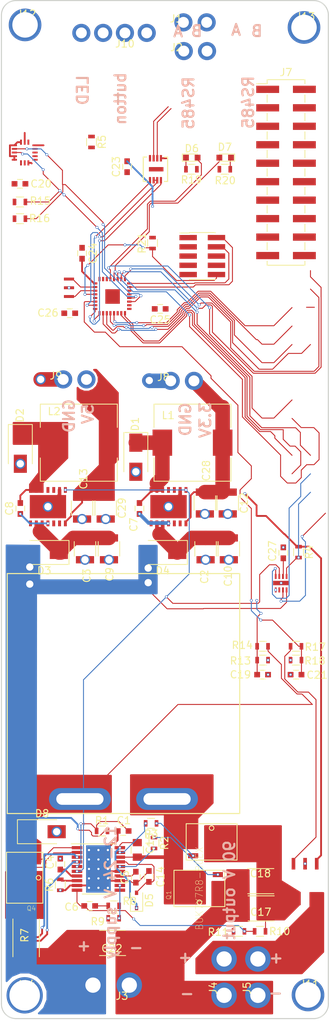
<source format=kicad_pcb>
(kicad_pcb (version 4) (host pcbnew 4.0.6)
  (layers (0 F.Cu signal) (1 In1.Cu signal) (2 In2.Cu signal) (31 B.Cu signal) (34 B.Paste user) (35 F.Paste user) (36 B.SilkS user) (37 F.SilkS user) (38 B.Mask user) (39 F.Mask user) (44 Edge.Cuts user))
  (net 0 "")
  (net 1 Earth)
  (net 2 "Net-(C1-Pad1)")
  (net 3 "Net-(C4-Pad1)")
  (net 4 +BATT)
  (net 5 "Net-(C6-Pad2)")
  (net 6 "Net-(C6-Pad1)")
  (net 7 "Net-(C7-Pad2)")
  (net 8 "Net-(C7-Pad1)")
  (net 9 "Net-(C8-Pad2)")
  (net 10 "Net-(C8-Pad1)")
  (net 11 "Net-(C10-Pad2)")
  (net 12 3.3V)
  (net 13 5V)
  (net 14 "Net-(C14-Pad1)")
  (net 15 "Net-(C15-Pad1)")
  (net 16 "Net-(C15-Pad2)")
  (net 17 "Net-(C17-Pad1)")
  (net 18 V_ADC)
  (net 19 I_ADC)
  (net 20 RESPRDY)
  (net 21 "Net-(D6-Pad1)")
  (net 22 RECVRDY)
  (net 23 "Net-(D7-Pad1)")
  (net 24 RS-B)
  (net 25 RS-A)
  (net 26 +90V)
  (net 27 SWDIO)
  (net 28 SWDCLK)
  (net 29 NRST)
  (net 30 MOSI)
  (net 31 MISO)
  (net 32 SCK)
  (net 33 CS)
  (net 34 "Net-(Q2-Pad4)")
  (net 35 "Net-(R6-Pad1)")
  (net 36 "Net-(R8-Pad1)")
  (net 37 "Net-(R9-Pad1)")
  (net 38 SDA)
  (net 39 SCL)
  (net 40 "Net-(R17-Pad1)")
  (net 41 "Net-(U8-Pad2)")
  (net 42 "Net-(U8-Pad3)")
  (net 43 DE)
  (net 44 TX)
  (net 45 RX)
  (net 46 PWR_INT)
  (net 47 ~PWR_KILL)
  (net 48 PWR_EN)
  (net 49 "Net-(C27-Pad2)")
  (net 50 "Net-(J10-Pad2)")
  (net 51 PWR_BUTTON)
  (net 52 "Net-(C3-Pad2)")
  (net 53 "Net-(D8-Pad1)")
  (net 54 "Net-(Q4-Pad4)")
  (net 55 "Net-(R2-Pad2)")
  (net 56 "Net-(Q4-Pad5678)")
  (net 57 "Net-(C5-Pad2)")
  (net 58 12V)
  (net 59 "Net-(Q1-Pad4)")
  (net 60 "Net-(R3-Pad2)")
  (module Resistors_SMD:R_0603 (layer F.Cu) (at 85.6 158 180)
    (fp_text reference R10 (at -2.7 0 180) (layer F.SilkS))
    (fp_text value 32k hide)
    (pad 1 smd rect (at -0.75 0 180) (size 0.5 0.9) (layers F.Cu F.Paste F.Mask) (net 17 "Net-(C17-Pad1)"))
    (pad 2 smd rect (at 0.75 0 180) (size 0.5 0.9) (layers F.Cu F.Paste F.Mask) (net 5 "Net-(C6-Pad2)"))
  )
  (module Capacitors_SMD:C_0603 (layer F.Cu) (at 58.1 148.75 90)
    (fp_text reference C4 (at 0.25 -1.4 90) (layer F.SilkS))
    (fp_text value 1uF)
    (pad 2 smd rect (at 0.75 0 90) (size 0.8 0.75) (layers F.Cu F.Paste F.Mask) (net 1 Earth))
    (pad 1 smd rect (at -0.75 0 90) (size 0.8 0.75) (layers F.Cu F.Paste F.Mask) (net 3 "Net-(C4-Pad1)"))
  )
  (module Capacitors_SMD:C_0603 (layer F.Cu) (at 66.75 144.2 180)
    (fp_text reference C1 (at -0.1 1.45 180) (layer F.SilkS))
    (fp_text value 2.2uF)
    (pad 2 smd rect (at 0.75 0 180) (size 0.8 0.75) (layers F.Cu F.Paste F.Mask) (net 1 Earth))
    (pad 1 smd rect (at -0.75 0 180) (size 0.8 0.75) (layers F.Cu F.Paste F.Mask) (net 2 "Net-(C1-Pad1)"))
  )
  (module Capacitors_SMD:C_0603 (layer F.Cu) (at 62.15 154.5 180)
    (fp_text reference C6 (at 2.5 -0.15 180) (layer F.SilkS))
    (fp_text value 0.1uF)
    (pad 2 smd rect (at 0.75 0 180) (size 0.8 0.75) (layers F.Cu F.Paste F.Mask) (net 5 "Net-(C6-Pad2)"))
    (pad 1 smd rect (at -0.75 0 180) (size 0.8 0.75) (layers F.Cu F.Paste F.Mask) (net 6 "Net-(C6-Pad1)"))
  )
  (module Capacitors_SMD:C_0603 (layer F.Cu) (at 69 99.85 90)
    (fp_text reference C7 (at -2.225 -0.8 90) (layer F.SilkS))
    (fp_text value "0.01uF 50V")
    (pad 2 smd rect (at 0.75 0 90) (size 0.8 0.75) (layers F.Cu F.Paste F.Mask) (net 7 "Net-(C7-Pad2)"))
    (pad 1 smd rect (at -0.75 0 90) (size 0.8 0.75) (layers F.Cu F.Paste F.Mask) (net 8 "Net-(C7-Pad1)"))
  )
  (module Capacitors_SMD:C_0603 (layer F.Cu) (at 52.6 99.85 90)
    (fp_text reference C8 (at 0 -1.5 90) (layer F.SilkS))
    (fp_text value "0.01uF 50V")
    (pad 2 smd rect (at 0.75 0 90) (size 0.8 0.75) (layers F.Cu F.Paste F.Mask) (net 9 "Net-(C8-Pad2)"))
    (pad 1 smd rect (at -0.75 0 90) (size 0.8 0.75) (layers F.Cu F.Paste F.Mask) (net 10 "Net-(C8-Pad1)"))
  )
  (module Capacitors_SMD:C_0603 (layer F.Cu) (at 70.3 150.45 90)
    (fp_text reference C14 (at -0.05 1.6 90) (layer F.SilkS))
    (fp_text value 1uF)
    (pad 2 smd rect (at 0.75 0 90) (size 0.8 0.75) (layers F.Cu F.Paste F.Mask) (net 1 Earth))
    (pad 1 smd rect (at -0.75 0 90) (size 0.8 0.75) (layers F.Cu F.Paste F.Mask) (net 14 "Net-(C14-Pad1)"))
  )
  (module Capacitors_SMD:C_0805 (layer F.Cu) (at 68.7 146.8 90)
    (fp_text reference C15 (at 0.9 1.75 90) (layer F.SilkS))
    (fp_text value 0.1uF)
    (pad 1 smd rect (at -1 0 90) (size 1 1.25) (layers F.Cu F.Paste F.Mask) (net 15 "Net-(C15-Pad1)"))
    (pad 2 smd rect (at 1 0 90) (size 1 1.25) (layers F.Cu F.Paste F.Mask) (net 16 "Net-(C15-Pad2)"))
  )
  (module Capacitors_SMD:C_1812 (layer F.Cu) (at 85.75 154.85 180)
    (fp_text reference C17 (at 0.05 -0.5 180) (layer F.SilkS))
    (fp_text value 3.3uF hide)
    (pad 1 smd rect (at -2.3 0 180) (size 1 3) (layers F.Cu F.Paste F.Mask) (net 17 "Net-(C17-Pad1)"))
    (pad 2 smd rect (at 2.3 0 180) (size 1 3) (layers F.Cu F.Paste F.Mask) (net 1 Earth))
  )
  (module Capacitors_SMD:C_1812 (layer F.Cu) (at 85.7 151.1 180)
    (fp_text reference C18 (at 0.05 1.05 180) (layer F.SilkS))
    (fp_text value 3.3uF hide)
    (pad 1 smd rect (at -2.3 0 180) (size 1 3) (layers F.Cu F.Paste F.Mask) (net 17 "Net-(C17-Pad1)"))
    (pad 2 smd rect (at 2.3 0 180) (size 1 3) (layers F.Cu F.Paste F.Mask) (net 1 Earth))
  )
  (module Capacitors_SMD:C_0603 (layer F.Cu) (at 85.95 122.7 180)
    (fp_text reference C19 (at 3.05 0 180) (layer F.SilkS))
    (fp_text value 0.1uF)
    (pad 2 smd rect (at 0.75 0 180) (size 0.8 0.75) (layers F.Cu F.Paste F.Mask) (net 18 V_ADC))
    (pad 1 smd rect (at -0.75 0 180) (size 0.8 0.75) (layers F.Cu F.Paste F.Mask) (net 1 Earth))
  )
  (module Capacitors_SMD:C_0603 (layer F.Cu) (at 52.55 55.2 180)
    (fp_text reference C20 (at -2.9 0 180) (layer F.SilkS))
    (fp_text value 0.1uF)
    (pad 2 smd rect (at 0.75 0 180) (size 0.8 0.75) (layers F.Cu F.Paste F.Mask) (net 12 3.3V))
    (pad 1 smd rect (at -0.75 0 180) (size 0.8 0.75) (layers F.Cu F.Paste F.Mask) (net 1 Earth))
  )
  (module Capacitors_SMD:C_0603 (layer F.Cu) (at 90.55 122.7 180)
    (fp_text reference C21 (at -2.9 -0.05 180) (layer F.SilkS))
    (fp_text value 0.1uF)
    (pad 2 smd rect (at 0.75 0 180) (size 0.8 0.75) (layers F.Cu F.Paste F.Mask) (net 1 Earth))
    (pad 1 smd rect (at -0.75 0 180) (size 0.8 0.75) (layers F.Cu F.Paste F.Mask) (net 19 I_ADC))
  )
  (module Diodes_SMD:D_SOD-323 (layer F.Cu) (at 68.6 153.75 90)
    (fp_text reference D5 (at 0 1.75 90) (layer F.SilkS))
    (fp_text value D_Small)
    (pad 1 smd rect (at -1.05 0 90) (size 0.6 0.45) (layers F.Cu F.Paste F.Mask) (net 16 "Net-(C15-Pad2)"))
    (pad 2 smd rect (at 1.05 0 90) (size 0.6 0.45) (layers F.Cu F.Paste F.Mask) (net 14 "Net-(C14-Pad1)"))
  )
  (module LEDs:LED_0603 (layer F.Cu) (at 76.2 51.6)
    (fp_text reference D6 (at 0 -1.25) (layer F.SilkS))
    (fp_text value LED_Small)
    (pad 2 smd rect (at 0.8 0 180) (size 0.8 0.8) (layers F.Cu F.Paste F.Mask) (net 20 RESPRDY))
    (pad 1 smd rect (at -0.8 0 180) (size 0.8 0.8) (layers F.Cu F.Paste F.Mask) (net 21 "Net-(D6-Pad1)"))
  )
  (module LEDs:LED_0603 (layer F.Cu) (at 80.8 51.6 180)
    (fp_text reference D7 (at 0.05 1.45 180) (layer F.SilkS))
    (fp_text value LED_Small)
    (pad 2 smd rect (at 0.8 0) (size 0.8 0.8) (layers F.Cu F.Paste F.Mask) (net 22 RECVRDY))
    (pad 1 smd rect (at -0.8 0) (size 0.8 0.8) (layers F.Cu F.Paste F.Mask) (net 23 "Net-(D7-Pad1)"))
  )
  (module Pin_Headers:Pin_Header_Straight_2x05_Pitch1.27mm_SMD (layer F.Cu) (at 77.65 65.14)
    (fp_text reference J6 hide)
    (fp_text value CONN_02X05)
    (pad 1 smd rect (at -1.95 -2.54) (size 2.4 0.74) (layers F.Cu F.Paste F.Mask) (net 12 3.3V))
    (pad 2 smd rect (at 1.95 -2.54) (size 2.4 0.74) (layers F.Cu F.Paste F.Mask) (net 27 SWDIO))
    (pad 3 smd rect (at -1.95 -1.27) (size 2.4 0.74) (layers F.Cu F.Paste F.Mask) (net 1 Earth))
    (pad 4 smd rect (at 1.95 -1.27) (size 2.4 0.74) (layers F.Cu F.Paste F.Mask) (net 28 SWDCLK))
    (pad 5 smd rect (at -1.95 0) (size 2.4 0.74) (layers F.Cu F.Paste F.Mask) (net 1 Earth))
    (pad 6 smd rect (at 1.95 0) (size 2.4 0.74) (layers F.Cu F.Paste F.Mask))
    (pad 7 smd rect (at -1.95 1.27) (size 2.4 0.74) (layers F.Cu F.Paste F.Mask))
    (pad 8 smd rect (at 1.95 1.27) (size 2.4 0.74) (layers F.Cu F.Paste F.Mask))
    (pad 9 smd rect (at -1.95 2.54) (size 2.4 0.74) (layers F.Cu F.Paste F.Mask) (net 1 Earth))
    (pad 10 smd rect (at 1.95 2.54) (size 2.4 0.74) (layers F.Cu F.Paste F.Mask) (net 29 NRST))
  )
  (module Dizzy:PSMN3R3-40YS (layer F.Cu) (at 78.93 145.7 270)
    (fp_text reference Q2 hide)
    (fp_text value BUK7Y7R8-80EX hide)
    (pad 1 smd rect (at -1.905 2.54 180) (size 1.4 0.7) (layers F.Cu F.Paste F.Mask) (net 15 "Net-(C15-Pad1)"))
    (pad 2 smd rect (at -0.635 2.54 180) (size 1.4 0.7) (layers F.Cu F.Paste F.Mask) (net 15 "Net-(C15-Pad1)"))
    (pad 3 smd rect (at 0.635 2.54 180) (size 1.4 0.7) (layers F.Cu F.Paste F.Mask) (net 15 "Net-(C15-Pad1)"))
    (pad 4 smd rect (at 1.905 2.54 180) (size 1.4 0.7) (layers F.Cu F.Paste F.Mask) (net 34 "Net-(Q2-Pad4)"))
    (pad 5678 smd rect (at 0 -1.27 180) (size 4.3 4.41) (layers F.Cu F.Paste F.Mask) (net 17 "Net-(C17-Pad1)"))
  )
  (module Resistors_SMD:R_0603 (layer F.Cu) (at 63.85 144.2)
    (fp_text reference R1 (at 0 -1.45) (layer F.SilkS))
    (fp_text value 3.3)
    (pad 1 smd rect (at -0.75 0) (size 0.5 0.9) (layers F.Cu F.Paste F.Mask) (net 2 "Net-(C1-Pad1)"))
    (pad 2 smd rect (at 0.75 0) (size 0.5 0.9) (layers F.Cu F.Paste F.Mask) (net 4 +BATT))
  )
  (module Resistors_SMD:R_0603 (layer F.Cu) (at 58.1 151.6 270)
    (fp_text reference R6 (at 0 1.5 270) (layer F.SilkS))
    (fp_text value 30K)
    (pad 1 smd rect (at -0.75 0 270) (size 0.5 0.9) (layers F.Cu F.Paste F.Mask) (net 35 "Net-(R6-Pad1)"))
    (pad 2 smd rect (at 0.75 0 270) (size 0.5 0.9) (layers F.Cu F.Paste F.Mask) (net 1 Earth))
  )
  (module Resistors_SMD:R_2512 (layer F.Cu) (at 53.4 158.9 270)
    (fp_text reference R7 (at -0.35 0.2 270) (layer F.SilkS))
    (fp_text value 1mOhm)
    (pad 1 smd rect (at -3.1 0 270) (size 1 3.2) (layers F.Cu F.Paste F.Mask) (net 56 "Net-(Q4-Pad5678)"))
    (pad 2 smd rect (at 3.1 0 270) (size 1 3.2) (layers F.Cu F.Paste F.Mask) (net 4 +BATT))
  )
  (module Resistors_SMD:R_0603 (layer F.Cu) (at 65.45 154.5 180)
    (fp_text reference R8 (at -2.2 0.65 180) (layer F.SilkS))
    (fp_text value 2K)
    (pad 1 smd rect (at -0.75 0 180) (size 0.5 0.9) (layers F.Cu F.Paste F.Mask) (net 36 "Net-(R8-Pad1)"))
    (pad 2 smd rect (at 0.75 0 180) (size 0.5 0.9) (layers F.Cu F.Paste F.Mask) (net 6 "Net-(C6-Pad1)"))
  )
  (module Resistors_SMD:R_0603 (layer F.Cu) (at 65.45 156.2 180)
    (fp_text reference R9 (at 2.2 -0.45 180) (layer F.SilkS))
    (fp_text value 57K)
    (pad 1 smd rect (at -0.75 0 180) (size 0.5 0.9) (layers F.Cu F.Paste F.Mask) (net 37 "Net-(R9-Pad1)"))
    (pad 2 smd rect (at 0.75 0 180) (size 0.5 0.9) (layers F.Cu F.Paste F.Mask) (net 1 Earth))
  )
  (module Resistors_SMD:R_0603 (layer F.Cu) (at 82.7 158 180)
    (fp_text reference R11 (at 2.85 -0.1 180) (layer F.SilkS))
    (fp_text value 1k)
    (pad 1 smd rect (at -0.75 0 180) (size 0.5 0.9) (layers F.Cu F.Paste F.Mask) (net 5 "Net-(C6-Pad2)"))
    (pad 2 smd rect (at 0.75 0 180) (size 0.5 0.9) (layers F.Cu F.Paste F.Mask) (net 1 Earth))
  )
  (module Resistors_SMD:R_0603 (layer F.Cu) (at 85.95 120.7 180)
    (fp_text reference R13 (at 3.05 -0.1 180) (layer F.SilkS))
    (fp_text value "1k 1%")
    (pad 1 smd rect (at -0.75 0 180) (size 0.5 0.9) (layers F.Cu F.Paste F.Mask) (net 1 Earth))
    (pad 2 smd rect (at 0.75 0 180) (size 0.5 0.9) (layers F.Cu F.Paste F.Mask) (net 18 V_ADC))
  )
  (module Resistors_SMD:R_0603 (layer F.Cu) (at 85.95 118.8)
    (fp_text reference R14 (at -2.8 -0.15) (layer F.SilkS))
    (fp_text value "62k 1%")
    (pad 1 smd rect (at -0.75 0) (size 0.5 0.9) (layers F.Cu F.Paste F.Mask) (net 18 V_ADC))
    (pad 2 smd rect (at 0.75 0) (size 0.5 0.9) (layers F.Cu F.Paste F.Mask) (net 53 "Net-(D8-Pad1)"))
  )
  (module Resistors_SMD:R_0603 (layer F.Cu) (at 52.55 57.7)
    (fp_text reference R15 (at 2.8 -0.15) (layer F.SilkS))
    (fp_text value 10k)
    (pad 1 smd rect (at -0.75 0) (size 0.5 0.9) (layers F.Cu F.Paste F.Mask) (net 12 3.3V))
    (pad 2 smd rect (at 0.75 0) (size 0.5 0.9) (layers F.Cu F.Paste F.Mask) (net 38 SDA))
  )
  (module Resistors_SMD:R_0603 (layer F.Cu) (at 52.55 60)
    (fp_text reference R16 (at 2.7 -0.05) (layer F.SilkS))
    (fp_text value 10k)
    (pad 1 smd rect (at -0.75 0) (size 0.5 0.9) (layers F.Cu F.Paste F.Mask) (net 12 3.3V))
    (pad 2 smd rect (at 0.75 0) (size 0.5 0.9) (layers F.Cu F.Paste F.Mask) (net 39 SCL))
  )
  (module Resistors_SMD:R_0603 (layer F.Cu) (at 90.55 118.8)
    (fp_text reference R17 (at 2.65 0.1) (layer F.SilkS))
    (fp_text value 4k)
    (pad 1 smd rect (at -0.75 0) (size 0.5 0.9) (layers F.Cu F.Paste F.Mask) (net 40 "Net-(R17-Pad1)"))
    (pad 2 smd rect (at 0.75 0) (size 0.5 0.9) (layers F.Cu F.Paste F.Mask) (net 19 I_ADC))
  )
  (module Resistors_SMD:R_0603 (layer F.Cu) (at 90.55 120.7 180)
    (fp_text reference R18 (at -2.6 -0.1 180) (layer F.SilkS))
    (fp_text value 6k)
    (pad 1 smd rect (at -0.75 0 180) (size 0.5 0.9) (layers F.Cu F.Paste F.Mask) (net 19 I_ADC))
    (pad 2 smd rect (at 0.75 0 180) (size 0.5 0.9) (layers F.Cu F.Paste F.Mask) (net 1 Earth))
  )
  (module Resistors_SMD:R_0603 (layer F.Cu) (at 76.15 53.2 180)
    (fp_text reference R19 (at 0 -1.45 180) (layer F.SilkS))
    (fp_text value 390)
    (pad 1 smd rect (at -0.75 0 180) (size 0.5 0.9) (layers F.Cu F.Paste F.Mask) (net 1 Earth))
    (pad 2 smd rect (at 0.75 0 180) (size 0.5 0.9) (layers F.Cu F.Paste F.Mask) (net 21 "Net-(D6-Pad1)"))
  )
  (module Resistors_SMD:R_0603 (layer F.Cu) (at 80.75 53.2)
    (fp_text reference R20 (at 0.05 1.55) (layer F.SilkS))
    (fp_text value 390)
    (pad 1 smd rect (at -0.75 0) (size 0.5 0.9) (layers F.Cu F.Paste F.Mask) (net 1 Earth))
    (pad 2 smd rect (at 0.75 0) (size 0.5 0.9) (layers F.Cu F.Paste F.Mask) (net 23 "Net-(D7-Pad1)"))
  )
  (module Housings_SSOP:HTSSOP-20-1EP_4.4x6.5mm_Pitch0.65mm_ThermalPad (layer F.Cu) (at 63.35 149.42)
    (fp_text reference U4 hide)
    (fp_text value LM5121)
    (pad 21 thru_hole rect (at 1.3 -2.6) (size 0.8 1.3) (drill 0.3) (layers *.Cu *.Mask) (net 1 Earth))
    (pad 21 thru_hole rect (at 0 2.6) (size 1.8 1.3) (drill 0.3) (layers *.Cu *.Mask) (net 1 Earth))
    (pad 21 thru_hole rect (at 0 1.3) (size 1.8 1.3) (drill 0.3) (layers *.Cu *.Mask) (net 1 Earth))
    (pad 21 thru_hole rect (at 0 -2.6) (size 1.8 1.3) (drill 0.3) (layers *.Cu *.Mask) (net 1 Earth))
    (pad 21 thru_hole rect (at 0 -1.3) (size 1.8 1.3) (drill 0.3) (layers *.Cu *.Mask) (net 1 Earth))
    (pad 1 smd rect (at -2.95 -2.92) (size 1.45 0.45) (layers F.Cu F.Paste F.Mask) (net 53 "Net-(D8-Pad1)"))
    (pad 2 smd rect (at -2.95 -2.27) (size 1.45 0.45) (layers F.Cu F.Paste F.Mask) (net 54 "Net-(Q4-Pad4)"))
    (pad 3 smd rect (at -2.95 -1.62) (size 1.45 0.45) (layers F.Cu F.Paste F.Mask) (net 56 "Net-(Q4-Pad5678)"))
    (pad 4 smd rect (at -2.95 -0.97) (size 1.45 0.45) (layers F.Cu F.Paste F.Mask) (net 4 +BATT))
    (pad 5 smd rect (at -2.95 -0.33) (size 1.45 0.45) (layers F.Cu F.Paste F.Mask) (net 2 "Net-(C1-Pad1)"))
    (pad 6 smd rect (at -2.95 0.33) (size 1.45 0.45) (layers F.Cu F.Paste F.Mask) (net 48 PWR_EN))
    (pad 7 smd rect (at -2.95 0.97) (size 1.45 0.45) (layers F.Cu F.Paste F.Mask) (net 3 "Net-(C4-Pad1)"))
    (pad 8 smd rect (at -2.95 1.62) (size 1.45 0.45) (layers F.Cu F.Paste F.Mask) (net 35 "Net-(R6-Pad1)"))
    (pad 9 smd rect (at -2.95 2.27) (size 1.45 0.45) (layers F.Cu F.Paste F.Mask) (net 1 Earth))
    (pad 10 smd rect (at -2.95 2.92) (size 1.45 0.45) (layers F.Cu F.Paste F.Mask) (net 5 "Net-(C6-Pad2)"))
    (pad 11 smd rect (at 2.95 2.92) (size 1.45 0.45) (layers F.Cu F.Paste F.Mask) (net 36 "Net-(R8-Pad1)"))
    (pad 12 smd rect (at 2.95 2.27) (size 1.45 0.45) (layers F.Cu F.Paste F.Mask) (net 37 "Net-(R9-Pad1)"))
    (pad 13 smd rect (at 2.95 1.62) (size 1.45 0.45) (layers F.Cu F.Paste F.Mask) (net 1 Earth))
    (pad 14 smd rect (at 2.95 0.97) (size 1.45 0.45) (layers F.Cu F.Paste F.Mask) (net 57 "Net-(C5-Pad2)"))
    (pad 15 smd rect (at 2.95 0.33) (size 1.45 0.45) (layers F.Cu F.Paste F.Mask) (net 1 Earth))
    (pad 16 smd rect (at 2.95 -0.33) (size 1.45 0.45) (layers F.Cu F.Paste F.Mask) (net 55 "Net-(R2-Pad2)"))
    (pad 17 smd rect (at 2.95 -0.97) (size 1.45 0.45) (layers F.Cu F.Paste F.Mask) (net 14 "Net-(C14-Pad1)"))
    (pad 18 smd rect (at 2.95 -1.62) (size 1.45 0.45) (layers F.Cu F.Paste F.Mask) (net 15 "Net-(C15-Pad1)"))
    (pad 19 smd rect (at 2.95 -2.27) (size 1.45 0.45) (layers F.Cu F.Paste F.Mask) (net 60 "Net-(R3-Pad2)"))
    (pad 20 smd rect (at 2.95 -2.92) (size 1.45 0.45) (layers F.Cu F.Paste F.Mask) (net 16 "Net-(C15-Pad2)"))
    (pad 21 thru_hole rect (at 0 0) (size 1.8 1.3) (drill 0.3) (layers *.Cu *.Mask) (net 1 Earth))
    (pad 21 thru_hole rect (at -1.3 -2.6) (size 0.8 1.3) (drill 0.3) (layers *.Cu *.Mask) (net 1 Earth))
    (pad 21 thru_hole rect (at -1.3 -1.3) (size 0.8 1.3) (drill 0.3) (layers *.Cu *.Mask) (net 1 Earth))
    (pad 21 thru_hole rect (at -1.3 0) (size 0.8 1.3) (drill 0.3) (layers *.Cu *.Mask) (net 1 Earth))
    (pad 21 thru_hole rect (at -1.3 1.3) (size 0.8 1.3) (drill 0.3) (layers *.Cu *.Mask) (net 1 Earth))
    (pad 21 thru_hole rect (at -1.3 2.6) (size 0.8 1.3) (drill 0.3) (layers *.Cu *.Mask) (net 1 Earth))
    (pad 21 thru_hole rect (at 1.3 2.6) (size 0.8 1.3) (drill 0.3) (layers *.Cu *.Mask) (net 1 Earth))
    (pad 21 thru_hole rect (at 1.3 1.3) (size 0.8 1.3) (drill 0.3) (layers *.Cu *.Mask) (net 1 Earth))
    (pad 21 thru_hole rect (at 1.3 0) (size 0.8 1.3) (drill 0.3) (layers *.Cu *.Mask) (net 1 Earth))
    (pad 21 thru_hole rect (at 1.3 -1.3) (size 0.8 1.3) (drill 0.3) (layers *.Cu *.Mask) (net 1 Earth))
  )
  (module Dizzy:ACS781 (layer F.Cu) (at 91.8 151.1 180)
    (fp_text reference U6 hide)
    (fp_text value ACS781)
    (pad 6 smd rect (at -1.5 -2.4 180) (size 1.8 1.8) (layers F.Cu F.Paste F.Mask) (net 26 +90V))
    (pad 5 smd rect (at 1.5 -2.4 180) (size 1.8 1.8) (layers F.Cu F.Paste F.Mask) (net 17 "Net-(C17-Pad1)"))
    (pad 2 smd rect (at 0 2.4 180) (size 0.5 1.6) (layers F.Cu F.Paste F.Mask) (net 1 Earth))
    (pad 3 smd rect (at 1.6 2.4 180) (size 0.5 1.6) (layers F.Cu F.Paste F.Mask) (net 40 "Net-(R17-Pad1)"))
    (pad 1 smd rect (at -1.6 2.4 180) (size 0.5 1.6) (layers F.Cu F.Paste F.Mask) (net 12 3.3V))
  )
  (module Dizzy:LGA16R50P3X5_300X300X100 (layer F.Cu) (at 53.2 50.9)
    (fp_text reference U7 hide)
    (fp_text value LSM6DS33 hide)
    (pad 1 smd rect (at -1.4224 -0.9906 270) (size 0.254 0.7112) (layers F.Cu F.Paste F.Mask) (net 12 3.3V))
    (pad 2 smd rect (at -1.4224 -0.508 270) (size 0.254 0.7112) (layers F.Cu F.Paste F.Mask) (net 39 SCL))
    (pad 3 smd rect (at -1.4224 0 270) (size 0.254 0.7112) (layers F.Cu F.Paste F.Mask) (net 38 SDA))
    (pad 4 smd rect (at -1.4224 0.508 270) (size 0.254 0.7112) (layers F.Cu F.Paste F.Mask) (net 12 3.3V))
    (pad 5 smd rect (at -1.4224 0.9906 270) (size 0.254 0.7112) (layers F.Cu F.Paste F.Mask) (net 12 3.3V))
    (pad 6 smd rect (at -0.508 1.4224 180) (size 0.254 0.7112) (layers F.Cu F.Paste F.Mask))
    (pad 7 smd rect (at 0 1.4224 180) (size 0.254 0.7112) (layers F.Cu F.Paste F.Mask))
    (pad 8 smd rect (at 0.508 1.4224 180) (size 0.254 0.7112) (layers F.Cu F.Paste F.Mask) (net 1 Earth))
    (pad 9 smd rect (at 1.4224 0.9906 270) (size 0.254 0.7112) (layers F.Cu F.Paste F.Mask) (net 1 Earth))
    (pad 10 smd rect (at 1.4224 0.508 270) (size 0.254 0.7112) (layers F.Cu F.Paste F.Mask) (net 1 Earth))
    (pad 11 smd rect (at 1.4224 0 270) (size 0.254 0.7112) (layers F.Cu F.Paste F.Mask) (net 1 Earth))
    (pad 12 smd rect (at 1.4224 -0.508 270) (size 0.254 0.7112) (layers F.Cu F.Paste F.Mask) (net 1 Earth))
    (pad 13 smd rect (at 1.4224 -0.9906 270) (size 0.254 0.7112) (layers F.Cu F.Paste F.Mask) (net 1 Earth))
    (pad 14 smd rect (at 0.508 -1.4224 180) (size 0.254 0.7112) (layers F.Cu F.Paste F.Mask))
    (pad 15 smd rect (at 0 -1.4224 180) (size 0.254 0.7112) (layers F.Cu F.Paste F.Mask) (net 1 Earth))
    (pad 16 smd rect (at -0.508 -1.4224 180) (size 0.254 0.7112) (layers F.Cu F.Paste F.Mask) (net 12 3.3V))
  )
  (module Dizzy:UFQFPN32-small-pad (layer F.Cu) (at 62.9 68.9)
    (fp_text reference U8 hide)
    (fp_text value STM32F031G6U6)
    (pad 1 smd rect (at 0 0) (size 0.6 0.3) (layers F.Cu F.Paste F.Mask) (net 12 3.3V))
    (pad 2 smd rect (at 0 0.5) (size 0.6 0.3) (layers F.Cu F.Paste F.Mask) (net 41 "Net-(U8-Pad2)"))
    (pad 3 smd rect (at 0 1) (size 0.6 0.3) (layers F.Cu F.Paste F.Mask) (net 42 "Net-(U8-Pad3)"))
    (pad 4 smd rect (at 0 1.5) (size 0.6 0.3) (layers F.Cu F.Paste F.Mask) (net 29 NRST))
    (pad 5 smd rect (at 0 2) (size 0.6 0.3) (layers F.Cu F.Paste F.Mask) (net 12 3.3V))
    (pad 6 smd rect (at 0 2.5) (size 0.6 0.3) (layers F.Cu F.Paste F.Mask) (net 19 I_ADC))
    (pad 7 smd rect (at 0 3) (size 0.6 0.3) (layers F.Cu F.Paste F.Mask) (net 43 DE))
    (pad 8 smd rect (at 0 3.5) (size 0.6 0.3) (layers F.Cu F.Paste F.Mask) (net 44 TX))
    (pad 9 smd rect (at 0.6 4.1) (size 0.3 0.6) (layers F.Cu F.Paste F.Mask) (net 45 RX))
    (pad 10 smd rect (at 1.1 4.1) (size 0.3 0.6) (layers F.Cu F.Paste F.Mask) (net 33 CS))
    (pad 11 smd rect (at 1.6 4.1) (size 0.3 0.6) (layers F.Cu F.Paste F.Mask) (net 32 SCK))
    (pad 12 smd rect (at 2.1 4.1) (size 0.3 0.6) (layers F.Cu F.Paste F.Mask) (net 31 MISO))
    (pad 13 smd rect (at 2.6 4.1) (size 0.3 0.6) (layers F.Cu F.Paste F.Mask) (net 30 MOSI))
    (pad 14 smd rect (at 3.1 4.1) (size 0.3 0.6) (layers F.Cu F.Paste F.Mask) (net 18 V_ADC))
    (pad 15 smd rect (at 3.6 4.1) (size 0.3 0.6) (layers F.Cu F.Paste F.Mask))
    (pad 16 smd rect (at 4.1 4.1) (size 0.3 0.6) (layers F.Cu F.Paste F.Mask))
    (pad 17 smd rect (at 4.7 3.5) (size 0.6 0.3) (layers F.Cu F.Paste F.Mask) (net 12 3.3V))
    (pad 18 smd rect (at 4.7 3) (size 0.6 0.3) (layers F.Cu F.Paste F.Mask))
    (pad 19 smd rect (at 4.7 2.5) (size 0.6 0.3) (layers F.Cu F.Paste F.Mask) (net 39 SCL))
    (pad 20 smd rect (at 4.7 2) (size 0.6 0.3) (layers F.Cu F.Paste F.Mask) (net 38 SDA))
    (pad 21 smd rect (at 4.7 1.5) (size 0.6 0.3) (layers F.Cu F.Paste F.Mask))
    (pad 22 smd rect (at 4.7 1) (size 0.6 0.3) (layers F.Cu F.Paste F.Mask))
    (pad 23 smd rect (at 4.7 0.5) (size 0.6 0.3) (layers F.Cu F.Paste F.Mask) (net 27 SWDIO))
    (pad 24 smd rect (at 4.7 0) (size 0.6 0.3) (layers F.Cu F.Paste F.Mask) (net 28 SWDCLK))
    (pad 25 smd rect (at 4.1 -0.6) (size 0.3 0.6) (layers F.Cu F.Paste F.Mask))
    (pad 26 smd rect (at 3.6 -0.6) (size 0.3 0.6) (layers F.Cu F.Paste F.Mask))
    (pad 27 smd rect (at 3.1 -0.6) (size 0.3 0.6) (layers F.Cu F.Paste F.Mask))
    (pad 28 smd rect (at 2.6 -0.6) (size 0.3 0.6) (layers F.Cu F.Paste F.Mask) (net 22 RECVRDY))
    (pad 29 smd rect (at 2.1 -0.6) (size 0.3 0.6) (layers F.Cu F.Paste F.Mask) (net 20 RESPRDY))
    (pad 30 smd rect (at 1.6 -0.6) (size 0.3 0.6) (layers F.Cu F.Paste F.Mask))
    (pad 31 smd rect (at 1.1 -0.6) (size 0.3 0.6) (layers F.Cu F.Paste F.Mask))
    (pad 32 smd rect (at 0.6 -0.6) (size 0.3 0.6) (layers F.Cu F.Paste F.Mask))
    (pad 33 smd rect (at 2.4 1.8) (size 2 2) (layers F.Cu F.Paste F.Mask) (net 1 Earth))
  )
  (module Dizzy:LTC2876 (layer F.Cu) (at 71.2 53.2 90)
    (fp_text reference U9 hide)
    (fp_text value LTC2876 hide)
    (pad 1 smd rect (at -1.5113 -0.75 90) (size 0.889 0.3048) (layers F.Cu F.Paste F.Mask) (net 45 RX))
    (pad 2 smd rect (at -1.5113 -0.25 90) (size 0.889 0.3048) (layers F.Cu F.Paste F.Mask) (net 43 DE))
    (pad 3 smd rect (at -1.5113 0.25 90) (size 0.889 0.3048) (layers F.Cu F.Paste F.Mask) (net 43 DE))
    (pad 4 smd rect (at -1.5113 0.75 90) (size 0.889 0.3048) (layers F.Cu F.Paste F.Mask) (net 44 TX))
    (pad 5 smd rect (at 1.5113 0.75 90) (size 0.889 0.3048) (layers F.Cu F.Paste F.Mask) (net 1 Earth))
    (pad 6 smd rect (at 1.5113 0.25 90) (size 0.889 0.3048) (layers F.Cu F.Paste F.Mask) (net 24 RS-B))
    (pad 7 smd rect (at 1.5113 -0.25 90) (size 0.889 0.3048) (layers F.Cu F.Paste F.Mask) (net 25 RS-A))
    (pad 8 smd rect (at 1.5113 -0.75 90) (size 0.889 0.3048) (layers F.Cu F.Paste F.Mask) (net 12 3.3V))
    (pad 9 smd rect (at 0 0.1 90) (size 0.6 2) (layers F.Cu F.Paste F.Mask) (net 1 Earth))
  )
  (module Dizzy:Oscillator (layer F.Cu) (at 61.6 68.3 270)
    (fp_text reference Y1 hide)
    (fp_text value Resonator_Small)
    (pad 1 smd rect (at 0 2.3 270) (size 0.4 1.4) (layers F.Cu F.Paste F.Mask) (net 41 "Net-(U8-Pad2)"))
    (pad 2 smd rect (at 1.2 2.3 270) (size 0.4 1.4) (layers F.Cu F.Paste F.Mask) (net 1 Earth))
    (pad 3 smd rect (at 2.4 2.3 270) (size 0.4 1.4) (layers F.Cu F.Paste F.Mask) (net 42 "Net-(U8-Pad3)"))
  )
  (module Capacitors_SMD:C_1812 (layer F.Cu) (at 65.3 159.6)
    (fp_text reference C22 (at -0.1 0.75) (layer F.SilkS))
    (fp_text value 4.7uF)
    (pad 1 smd rect (at -2.3 0) (size 1 3) (layers F.Cu F.Paste F.Mask) (net 4 +BATT))
    (pad 2 smd rect (at 2.3 0) (size 1 3) (layers F.Cu F.Paste F.Mask) (net 1 Earth))
  )
  (module Capacitors_SMD:C_0603 (layer F.Cu) (at 67.3 52.85 90)
    (fp_text reference C23 (at 0 -1.5 90) (layer F.SilkS))
    (fp_text value 0.1uF)
    (pad 2 smd rect (at 0.75 0 90) (size 0.8 0.75) (layers F.Cu F.Paste F.Mask) (net 12 3.3V))
    (pad 1 smd rect (at -0.75 0 90) (size 0.8 0.75) (layers F.Cu F.Paste F.Mask) (net 1 Earth))
  )
  (module Resistors_SMD:R_0603 (layer F.Cu) (at 70.8 63.35 90)
    (fp_text reference R21 (at 0 -1.45 90) (layer F.SilkS))
    (fp_text value 10k)
    (pad 1 smd rect (at -0.75 0 90) (size 0.5 0.9) (layers F.Cu F.Paste F.Mask) (net 29 NRST))
    (pad 2 smd rect (at 0.75 0 90) (size 0.5 0.9) (layers F.Cu F.Paste F.Mask) (net 12 3.3V))
  )
  (module Capacitors_SMD:C_0603 (layer F.Cu) (at 61.1 64.75 270)
    (fp_text reference C24 (at 0 -1.5 270) (layer F.SilkS))
    (fp_text value 0.1uF)
    (pad 2 smd rect (at 0.75 0 270) (size 0.8 0.75) (layers F.Cu F.Paste F.Mask) (net 12 3.3V))
    (pad 1 smd rect (at -0.75 0 270) (size 0.8 0.75) (layers F.Cu F.Paste F.Mask) (net 1 Earth))
  )
  (module Capacitors_SMD:C_0603 (layer F.Cu) (at 71.85 72.4 180)
    (fp_text reference C25 (at 0 -1.5 180) (layer F.SilkS))
    (fp_text value 0.1uF)
    (pad 2 smd rect (at 0.75 0 180) (size 0.8 0.75) (layers F.Cu F.Paste F.Mask) (net 12 3.3V))
    (pad 1 smd rect (at -0.75 0 180) (size 0.8 0.75) (layers F.Cu F.Paste F.Mask) (net 1 Earth))
  )
  (module Capacitors_SMD:C_0603 (layer F.Cu) (at 59.4 73)
    (fp_text reference C26 (at -3 -0.05) (layer F.SilkS))
    (fp_text value 0.1uF)
    (pad 2 smd rect (at 0.75 0) (size 0.8 0.75) (layers F.Cu F.Paste F.Mask) (net 1 Earth))
    (pad 1 smd rect (at -0.75 0) (size 0.8 0.75) (layers F.Cu F.Paste F.Mask) (net 12 3.3V))
  )
  (module Resistors_SMD:R_0603 (layer F.Cu) (at 90.9 105.85 270)
    (fp_text reference R4 (at 0 -1.45 270) (layer F.SilkS))
    (fp_text value 10k)
    (pad 1 smd rect (at -0.75 0 270) (size 0.5 0.9) (layers F.Cu F.Paste F.Mask) (net 12 3.3V))
    (pad 2 smd rect (at 0.75 0 270) (size 0.5 0.9) (layers F.Cu F.Paste F.Mask) (net 47 ~PWR_KILL))
  )
  (module Capacitors_SMD:C_0603 (layer F.Cu) (at 88.8 105.95 270)
    (fp_text reference C27 (at -0.25 1.5 270) (layer F.SilkS))
    (fp_text value 0.33uF)
    (pad 2 smd rect (at 0.75 0 270) (size 0.8 0.75) (layers F.Cu F.Paste F.Mask) (net 49 "Net-(C27-Pad2)"))
    (pad 1 smd rect (at -0.75 0 270) (size 0.8 0.75) (layers F.Cu F.Paste F.Mask) (net 1 Earth))
  )
  (module Resistors_SMD:R_0603 (layer F.Cu) (at 62.4 49.45 270)
    (fp_text reference R5 (at 0 -1.45 270) (layer F.SilkS))
    (fp_text value 390)
    (pad 1 smd rect (at -0.75 0 270) (size 0.5 0.9) (layers F.Cu F.Paste F.Mask) (net 50 "Net-(J10-Pad2)"))
    (pad 2 smd rect (at 0.75 0 270) (size 0.5 0.9) (layers F.Cu F.Paste F.Mask) (net 12 3.3V))
  )
  (module Dizzy:8-DFN-DDB (layer F.Cu) (at 92.85 107.15)
    (fp_text reference U10 hide)
    (fp_text value LTC2954 hide)
    (pad 1 smd rect (at -5.1 3.9) (size 0.25 0.7) (layers F.Cu F.Paste F.Mask) (net 1 Earth))
    (pad 2 smd rect (at -4.6 3.9) (size 0.25 0.7) (layers F.Cu F.Paste F.Mask))
    (pad 3 smd rect (at -4.1 3.9) (size 0.25 0.7) (layers F.Cu F.Paste F.Mask) (net 51 PWR_BUTTON))
    (pad 4 smd rect (at -3.6 3.9) (size 0.25 0.7) (layers F.Cu F.Paste F.Mask) (net 4 +BATT))
    (pad 5 smd rect (at -3.6 2.05) (size 0.25 0.7) (layers F.Cu F.Paste F.Mask) (net 47 ~PWR_KILL))
    (pad 6 smd rect (at -4.1 2.05) (size 0.25 0.7) (layers F.Cu F.Paste F.Mask) (net 49 "Net-(C27-Pad2)"))
    (pad 7 smd rect (at -4.6 2.05) (size 0.25 0.7) (layers F.Cu F.Paste F.Mask) (net 48 PWR_EN))
    (pad 8 smd rect (at -5.1 2.05) (size 0.25 0.7) (layers F.Cu F.Paste F.Mask) (net 46 PWR_INT))
    (pad 9 smd rect (at -4.35 2.95) (size 2.2 0.61) (layers F.Cu F.Paste F.Mask) (net 1 Earth))
  )
  (module Capacitors_SMD:C_1210 (layer F.Cu) (at 78.1 105.4 90)
    (fp_text reference C2 (at -3.85 -0.15 90) (layer F.SilkS))
    (fp_text value 20uF)
    (pad 1 smd rect (at -1.5 0 90) (size 1 2.5) (layers F.Cu F.Paste F.Mask) (net 1 Earth))
    (pad 2 smd rect (at 1.5 0 90) (size 1 2.5) (layers F.Cu F.Paste F.Mask) (net 11 "Net-(C10-Pad2)"))
  )
  (module Capacitors_SMD:C_1210 (layer F.Cu) (at 61.5 105.4 90)
    (fp_text reference C3 (at -3.7 0.25 90) (layer F.SilkS))
    (fp_text value 20uF)
    (pad 1 smd rect (at -1.5 0 90) (size 1 2.5) (layers F.Cu F.Paste F.Mask) (net 1 Earth))
    (pad 2 smd rect (at 1.5 0 90) (size 1 2.5) (layers F.Cu F.Paste F.Mask) (net 52 "Net-(C3-Pad2)"))
  )
  (module Capacitors_SMD:C_1210 (layer F.Cu) (at 64.8 105.4 90)
    (fp_text reference C9 (at -3.5 0.1 90) (layer F.SilkS))
    (fp_text value 20uF)
    (pad 1 smd rect (at -1.5 0 90) (size 1 2.5) (layers F.Cu F.Paste F.Mask) (net 1 Earth))
    (pad 2 smd rect (at 1.5 0 90) (size 1 2.5) (layers F.Cu F.Paste F.Mask) (net 52 "Net-(C3-Pad2)"))
  )
  (module Capacitors_SMD:C_1210 (layer F.Cu) (at 81.3 105.4 90)
    (fp_text reference C10 (at -3.75 -0.1 90) (layer F.SilkS))
    (fp_text value 20uF)
    (pad 1 smd rect (at -1.5 0 90) (size 1 2.5) (layers F.Cu F.Paste F.Mask) (net 1 Earth))
    (pad 2 smd rect (at 1.5 0 90) (size 1 2.5) (layers F.Cu F.Paste F.Mask) (net 11 "Net-(C10-Pad2)"))
  )
  (module Inductors_SMD:L_10.4x10.4_H4.8 (layer F.Cu) (at 76.3 90.8)
    (fp_text reference L1 (at -3.35 -3.75) (layer F.SilkS))
    (fp_text value 15uH)
    (pad 1 smd rect (at -4.15 0) (size 2.7 3.6) (layers F.Cu F.Paste F.Mask) (net 7 "Net-(C7-Pad2)"))
    (pad 2 smd rect (at 4.15 0) (size 2.7 3.6) (layers F.Cu F.Paste F.Mask) (net 12 3.3V))
  )
  (module Inductors_SMD:L_10.4x10.4_H4.8 (layer F.Cu) (at 60.65 90.8)
    (fp_text reference L2 (at -3.4 -4.3) (layer F.SilkS))
    (fp_text value 33uH)
    (pad 1 smd rect (at -4.15 0) (size 2.7 3.6) (layers F.Cu F.Paste F.Mask) (net 9 "Net-(C8-Pad2)"))
    (pad 2 smd rect (at 4.15 0) (size 2.7 3.6) (layers F.Cu F.Paste F.Mask) (net 58 12V))
  )
  (module Dizzy:14-VSON (layer F.Cu) (at 75 97.6)
    (fp_text reference U1 hide)
    (fp_text value LM2678-3.3V)
    (pad 1 smd rect (at -4.4 4.3) (size 0.4 0.8) (layers F.Cu F.Paste F.Mask))
    (pad 2 smd rect (at -3.6 4.3) (size 0.4 0.8) (layers F.Cu F.Paste F.Mask) (net 11 "Net-(C10-Pad2)"))
    (pad 3 smd rect (at -2.8 4.3) (size 0.4 0.8) (layers F.Cu F.Paste F.Mask) (net 11 "Net-(C10-Pad2)"))
    (pad 4 smd rect (at -2 4.3) (size 0.4 0.8) (layers F.Cu F.Paste F.Mask) (net 8 "Net-(C7-Pad1)"))
    (pad 5 smd rect (at -1.2 4.3) (size 0.4 0.8) (layers F.Cu F.Paste F.Mask))
    (pad 6 smd rect (at -0.4 4.3) (size 0.4 0.8) (layers F.Cu F.Paste F.Mask))
    (pad 7 smd rect (at 0.4 4.3) (size 0.4 0.8) (layers F.Cu F.Paste F.Mask) (net 12 3.3V))
    (pad 8 smd rect (at 0.4 -0.3) (size 0.4 0.8) (layers F.Cu F.Paste F.Mask) (net 48 PWR_EN))
    (pad 9 smd rect (at -0.4 -0.3) (size 0.4 0.8) (layers F.Cu F.Paste F.Mask) (net 1 Earth))
    (pad 10 smd rect (at -1.2 -0.3) (size 0.4 0.8) (layers F.Cu F.Paste F.Mask))
    (pad 11 smd rect (at -2 -0.3) (size 0.4 0.8) (layers F.Cu F.Paste F.Mask))
    (pad 12 smd rect (at -2.8 -0.3) (size 0.4 0.8) (layers F.Cu F.Paste F.Mask) (net 7 "Net-(C7-Pad2)"))
    (pad 13 smd rect (at -3.6 -0.3) (size 0.4 0.8) (layers F.Cu F.Paste F.Mask) (net 7 "Net-(C7-Pad2)"))
    (pad 14 smd rect (at -4.4 -0.3) (size 0.4 0.8) (layers F.Cu F.Paste F.Mask) (net 7 "Net-(C7-Pad2)"))
    (pad 15 smd rect (at -2 2) (size 5 3.2) (layers F.Cu F.Paste F.Mask) (net 1 Earth))
  )
  (module Dizzy:14-VSON (layer F.Cu) (at 58.4 97.6)
    (fp_text reference U2 hide)
    (fp_text value LM2678-12V)
    (pad 1 smd rect (at -4.4 4.3) (size 0.4 0.8) (layers F.Cu F.Paste F.Mask))
    (pad 2 smd rect (at -3.6 4.3) (size 0.4 0.8) (layers F.Cu F.Paste F.Mask) (net 52 "Net-(C3-Pad2)"))
    (pad 3 smd rect (at -2.8 4.3) (size 0.4 0.8) (layers F.Cu F.Paste F.Mask) (net 52 "Net-(C3-Pad2)"))
    (pad 4 smd rect (at -2 4.3) (size 0.4 0.8) (layers F.Cu F.Paste F.Mask) (net 10 "Net-(C8-Pad1)"))
    (pad 5 smd rect (at -1.2 4.3) (size 0.4 0.8) (layers F.Cu F.Paste F.Mask))
    (pad 6 smd rect (at -0.4 4.3) (size 0.4 0.8) (layers F.Cu F.Paste F.Mask))
    (pad 7 smd rect (at 0.4 4.3) (size 0.4 0.8) (layers F.Cu F.Paste F.Mask) (net 58 12V))
    (pad 8 smd rect (at 0.4 -0.3) (size 0.4 0.8) (layers F.Cu F.Paste F.Mask) (net 48 PWR_EN))
    (pad 9 smd rect (at -0.4 -0.3) (size 0.4 0.8) (layers F.Cu F.Paste F.Mask) (net 1 Earth))
    (pad 10 smd rect (at -1.2 -0.3) (size 0.4 0.8) (layers F.Cu F.Paste F.Mask))
    (pad 11 smd rect (at -2 -0.3) (size 0.4 0.8) (layers F.Cu F.Paste F.Mask))
    (pad 12 smd rect (at -2.8 -0.3) (size 0.4 0.8) (layers F.Cu F.Paste F.Mask) (net 9 "Net-(C8-Pad2)"))
    (pad 13 smd rect (at -3.6 -0.3) (size 0.4 0.8) (layers F.Cu F.Paste F.Mask) (net 9 "Net-(C8-Pad2)"))
    (pad 14 smd rect (at -4.4 -0.3) (size 0.4 0.8) (layers F.Cu F.Paste F.Mask) (net 9 "Net-(C8-Pad2)"))
    (pad 15 smd rect (at -2 2) (size 5 3.2) (layers F.Cu F.Paste F.Mask) (net 1 Earth))
  )
  (module Diodes_SMD:D_SMA (layer F.Cu) (at 68.5 92.8 270)
    (fp_text reference D1 (at -4.55 0.1 270) (layer F.SilkS))
    (fp_text value D_Small)
    (pad 1 smd rect (at -2 0 270) (size 2.5 1.8) (layers F.Cu F.Paste F.Mask) (net 7 "Net-(C7-Pad2)"))
    (pad 2 smd rect (at 2 0 270) (size 2.5 1.8) (layers F.Cu F.Paste F.Mask) (net 1 Earth))
  )
  (module Diodes_SMD:D_SMA (layer F.Cu) (at 52.6 91.7 270)
    (fp_text reference D2 (at -4.65 0.05 270) (layer F.SilkS))
    (fp_text value D_Small hide)
    (pad 1 smd rect (at -2 0 270) (size 2.5 1.8) (layers F.Cu F.Paste F.Mask) (net 9 "Net-(C8-Pad2)"))
    (pad 2 smd rect (at 2 0 270) (size 2.5 1.8) (layers F.Cu F.Paste F.Mask) (net 1 Earth))
  )
  (module Diodes_SMD:D_SMA (layer F.Cu) (at 55.9 105.9 180)
    (fp_text reference D3 (at 0 -2.5 180) (layer F.SilkS))
    (fp_text value D_Small)
    (pad 1 smd rect (at -2 0 180) (size 2.5 1.8) (layers F.Cu F.Paste F.Mask) (net 52 "Net-(C3-Pad2)"))
    (pad 2 smd rect (at 2 0 180) (size 2.5 1.8) (layers F.Cu F.Paste F.Mask) (net 4 +BATT))
  )
  (module Diodes_SMD:D_SMA (layer F.Cu) (at 72.2 105.9 180)
    (fp_text reference D4 (at 0 -2.5 180) (layer F.SilkS))
    (fp_text value D_Small)
    (pad 1 smd rect (at -2 0 180) (size 2.5 1.8) (layers F.Cu F.Paste F.Mask) (net 11 "Net-(C10-Pad2)"))
    (pad 2 smd rect (at 2 0 180) (size 2.5 1.8) (layers F.Cu F.Paste F.Mask) (net 4 +BATT))
  )
  (module Capacitors_SMD:C_1210 (layer F.Cu) (at 81.15 99.1 270)
    (fp_text reference C12 (at 0 -2.25 270) (layer F.SilkS))
    (fp_text value 100uF)
    (pad 1 smd rect (at -1.5 0 270) (size 1 2.5) (layers F.Cu F.Paste F.Mask) (net 12 3.3V))
    (pad 2 smd rect (at 1.5 0 270) (size 1 2.5) (layers F.Cu F.Paste F.Mask) (net 1 Earth))
  )
  (module Capacitors_SMD:C_1210 (layer F.Cu) (at 61.1 99.8 270)
    (fp_text reference C13 (at -4.025 -0.2 270) (layer F.SilkS))
    (fp_text value 100uF)
    (pad 1 smd rect (at -1.5 0 270) (size 1 2.5) (layers F.Cu F.Paste F.Mask) (net 58 12V))
    (pad 2 smd rect (at 1.5 0 270) (size 1 2.5) (layers F.Cu F.Paste F.Mask) (net 1 Earth))
  )
  (module Capacitors_SMD:C_1210 (layer F.Cu) (at 78 99.1 270)
    (fp_text reference C28 (at -4.45 -0.2 270) (layer F.SilkS))
    (fp_text value 100uF)
    (pad 1 smd rect (at -1.5 0 270) (size 1 2.5) (layers F.Cu F.Paste F.Mask) (net 12 3.3V))
    (pad 2 smd rect (at 1.5 0 270) (size 1 2.5) (layers F.Cu F.Paste F.Mask) (net 1 Earth))
  )
  (module Capacitors_SMD:C_1210 (layer F.Cu) (at 64.35 99.8 270)
    (fp_text reference C29 (at 0 -2.25 270) (layer F.SilkS))
    (fp_text value 100uF)
    (pad 1 smd rect (at -1.5 0 270) (size 1 2.5) (layers F.Cu F.Paste F.Mask) (net 58 12V))
    (pad 2 smd rect (at 1.5 0 270) (size 1 2.5) (layers F.Cu F.Paste F.Mask) (net 1 Earth))
  )
  (module Diodes_SMD:D_SMA (layer F.Cu) (at 55.6 144.3)
    (fp_text reference D8 (at 0 -2.5) (layer F.SilkS))
    (fp_text value D_Small)
    (pad 1 smd rect (at -2 0) (size 2.5 1.8) (layers F.Cu F.Paste F.Mask) (net 53 "Net-(D8-Pad1)"))
    (pad 2 smd rect (at 2 0) (size 2.5 1.8) (layers F.Cu F.Paste F.Mask) (net 1 Earth))
  )
  (module Dizzy:PSMN3R3-40YS (layer F.Cu) (at 53.2 150.63 180)
    (fp_text reference Q4 (at -0.9144 -4.2164 180) (layer F.SilkS) (effects (font (size 0.64 0.64) (thickness 0.05))))
    (fp_text value BUK7Y7R8-80EX hide)
    (pad 1 smd rect (at -1.905 2.54 90) (size 1.4 0.7) (layers F.Cu F.Paste F.Mask) (net 53 "Net-(D8-Pad1)"))
    (pad 2 smd rect (at -0.635 2.54 90) (size 1.4 0.7) (layers F.Cu F.Paste F.Mask) (net 53 "Net-(D8-Pad1)"))
    (pad 3 smd rect (at 0.635 2.54 90) (size 1.4 0.7) (layers F.Cu F.Paste F.Mask) (net 53 "Net-(D8-Pad1)"))
    (pad 4 smd rect (at 1.905 2.54 90) (size 1.4 0.7) (layers F.Cu F.Paste F.Mask) (net 54 "Net-(Q4-Pad4)"))
    (pad 5678 smd rect (at 0 -1.27 90) (size 4.3 4.41) (layers F.Cu F.Paste F.Mask) (net 56 "Net-(Q4-Pad5678)"))
  )
  (module Resistors_SMD:R_0603 (layer F.Cu) (at 71 145.85 270)
    (fp_text reference R2 (at 0 -1.45 270) (layer F.SilkS))
    (fp_text value 10Ohm)
    (pad 1 smd rect (at -0.75 0 270) (size 0.5 0.9) (layers F.Cu F.Paste F.Mask) (net 59 "Net-(Q1-Pad4)"))
    (pad 2 smd rect (at 0.75 0 270) (size 0.5 0.9) (layers F.Cu F.Paste F.Mask) (net 55 "Net-(R2-Pad2)"))
  )
  (module Capacitors_SMD:C_0603 (layer F.Cu) (at 68.5 150.55 90)
    (fp_text reference C5 (at 0 -1.5 90) (layer F.SilkS))
    (fp_text value 3.3uF)
    (pad 2 smd rect (at 0.75 0 90) (size 0.8 0.75) (layers F.Cu F.Paste F.Mask) (net 57 "Net-(C5-Pad2)"))
    (pad 1 smd rect (at -0.75 0 90) (size 0.8 0.75) (layers F.Cu F.Paste F.Mask) (net 1 Earth))
  )
  (module Dizzy:2x1.5-conn (layer F.Cu) (at 74.05 32)
    (fp_text reference J1 (at 0 0.5) (layer F.SilkS))
    (fp_text value CONN_01X02)
    (pad 1 thru_hole circle (at 1 1) (size 2.5 2.5) (drill 1.5) (layers *.Cu *.Mask) (net 24 RS-B))
    (pad 2 thru_hole circle (at 4.2 1) (size 2.5 2.5) (drill 1.5) (layers *.Cu *.Mask) (net 25 RS-A))
  )
  (module Dizzy:2x1.5-conn (layer F.Cu) (at 74.1 35.95)
    (fp_text reference J2 (at 0 0.5) (layer F.SilkS))
    (fp_text value CONN_01X02)
    (pad 1 thru_hole circle (at 1 1) (size 2.5 2.5) (drill 1.5) (layers *.Cu *.Mask) (net 24 RS-B))
    (pad 2 thru_hole circle (at 4.2 1) (size 2.5 2.5) (drill 1.5) (layers *.Cu *.Mask) (net 25 RS-A))
  )
  (module Dizzy:2x2.1-conn (layer F.Cu) (at 66.6 167.4 180)
    (fp_text reference J3 (at 0 0.5 180) (layer F.SilkS))
    (fp_text value CONN_01X02)
    (pad 1 thru_hole circle (at -1 2 180) (size 3.5 3.5) (drill 2.1) (layers *.Cu *.Mask) (net 1 Earth))
    (pad 2 thru_hole circle (at 4 2 180) (size 3.5 3.5) (drill 2.1) (layers *.Cu *.Mask) (net 4 +BATT))
  )
  (module Dizzy:2x2.1-conn (layer F.Cu) (at 78.65 165.8 90)
    (fp_text reference J4 (at 0 0.5 90) (layer F.SilkS))
    (fp_text value CONN_01X02)
    (pad 1 thru_hole circle (at -1 2 90) (size 3.5 3.5) (drill 2.1) (layers *.Cu *.Mask) (net 1 Earth))
    (pad 2 thru_hole circle (at 4 2 90) (size 3.5 3.5) (drill 2.1) (layers *.Cu *.Mask) (net 26 +90V))
  )
  (module Dizzy:2x2.1-conn (layer F.Cu) (at 83.3 165.8 90)
    (fp_text reference J5 (at 0 0.5 90) (layer F.SilkS))
    (fp_text value CONN_01X02)
    (pad 1 thru_hole circle (at -1 2 90) (size 3.5 3.5) (drill 2.1) (layers *.Cu *.Mask) (net 1 Earth))
    (pad 2 thru_hole circle (at 4 2 90) (size 3.5 3.5) (drill 2.1) (layers *.Cu *.Mask) (net 26 +90V))
  )
  (module Pin_Headers:Pin_Header_Straight_2x10_Pitch2.54mm_SMD (layer F.Cu) (at 89.175 53.64)
    (fp_text reference J7 (at 0 -13.76) (layer F.SilkS))
    (fp_text value CONN_02X10)
    (pad 1 smd rect (at -2.525 -11.43) (size 3.15 1) (layers F.Cu F.Paste F.Mask) (net 30 MOSI))
    (pad 2 smd rect (at 2.525 -11.43) (size 3.15 1) (layers F.Cu F.Paste F.Mask) (net 47 ~PWR_KILL))
    (pad 3 smd rect (at -2.525 -8.89) (size 3.15 1) (layers F.Cu F.Paste F.Mask) (net 31 MISO))
    (pad 4 smd rect (at 2.525 -8.89) (size 3.15 1) (layers F.Cu F.Paste F.Mask) (net 1 Earth))
    (pad 5 smd rect (at -2.525 -6.35) (size 3.15 1) (layers F.Cu F.Paste F.Mask) (net 32 SCK))
    (pad 6 smd rect (at 2.525 -6.35) (size 3.15 1) (layers F.Cu F.Paste F.Mask) (net 1 Earth))
    (pad 7 smd rect (at -2.525 -3.81) (size 3.15 1) (layers F.Cu F.Paste F.Mask) (net 33 CS))
    (pad 8 smd rect (at 2.525 -3.81) (size 3.15 1) (layers F.Cu F.Paste F.Mask) (net 1 Earth))
    (pad 9 smd rect (at -2.525 -1.27) (size 3.15 1) (layers F.Cu F.Paste F.Mask) (net 20 RESPRDY))
    (pad 10 smd rect (at 2.525 -1.27) (size 3.15 1) (layers F.Cu F.Paste F.Mask) (net 12 3.3V))
    (pad 11 smd rect (at -2.525 1.27) (size 3.15 1) (layers F.Cu F.Paste F.Mask) (net 22 RECVRDY))
    (pad 12 smd rect (at 2.525 1.27) (size 3.15 1) (layers F.Cu F.Paste F.Mask) (net 12 3.3V))
    (pad 13 smd rect (at -2.525 3.81) (size 3.15 1) (layers F.Cu F.Paste F.Mask) (net 46 PWR_INT))
    (pad 14 smd rect (at 2.525 3.81) (size 3.15 1) (layers F.Cu F.Paste F.Mask) (net 12 3.3V))
    (pad 15 smd rect (at -2.525 6.35) (size 3.15 1) (layers F.Cu F.Paste F.Mask) (net 13 5V))
    (pad 16 smd rect (at 2.525 6.35) (size 3.15 1) (layers F.Cu F.Paste F.Mask) (net 58 12V))
    (pad 17 smd rect (at -2.525 8.89) (size 3.15 1) (layers F.Cu F.Paste F.Mask) (net 13 5V))
    (pad 18 smd rect (at 2.525 8.89) (size 3.15 1) (layers F.Cu F.Paste F.Mask) (net 58 12V))
    (pad 19 smd rect (at -2.525 11.43) (size 3.15 1) (layers F.Cu F.Paste F.Mask) (net 13 5V))
    (pad 20 smd rect (at 2.525 11.43) (size 3.15 1) (layers F.Cu F.Paste F.Mask) (net 58 12V))
  )
  (module Dizzy:2x1.5-conn (layer F.Cu) (at 72.3 81.3)
    (fp_text reference J8 (at 0 0.5) (layer F.SilkS))
    (fp_text value CONN_01X02)
    (pad 1 thru_hole circle (at 1 1) (size 2.5 2.5) (drill 1.5) (layers *.Cu *.Mask) (net 1 Earth))
    (pad 2 thru_hole circle (at 4.2 1) (size 2.5 2.5) (drill 1.5) (layers *.Cu *.Mask) (net 12 3.3V))
  )
  (module Dizzy:2x1.5-conn (layer F.Cu) (at 57.5 81.1)
    (fp_text reference J9 (at 0 0.5) (layer F.SilkS))
    (fp_text value CONN_01X02)
    (pad 1 thru_hole circle (at 1 1) (size 2.5 2.5) (drill 1.5) (layers *.Cu *.Mask) (net 1 Earth))
    (pad 2 thru_hole circle (at 4.2 1) (size 2.5 2.5) (drill 1.5) (layers *.Cu *.Mask) (net 13 5V))
  )
  (module Dizzy:4x1.5-conn (layer F.Cu) (at 67 36.45 180)
    (fp_text reference J10 (at 0 0.5 180) (layer F.SilkS))
    (fp_text value CONN_01X04)
    (pad 1 thru_hole circle (at -3 2 180) (size 2.5 2.5) (drill 1.5) (layers *.Cu *.Mask) (net 1 Earth))
    (pad 2 thru_hole circle (at 0 2 180) (size 2.5 2.5) (drill 1.5) (layers *.Cu *.Mask) (net 50 "Net-(J10-Pad2)"))
    (pad 3 thru_hole circle (at 3 2 180) (size 2.5 2.5) (drill 1.5) (layers *.Cu *.Mask) (net 1 Earth))
    (pad 4 thru_hole circle (at 6 2 180) (size 2.5 2.5) (drill 1.5) (layers *.Cu *.Mask) (net 51 PWR_BUTTON))
  )
  (module Dizzy:PSMN3R3-40YS (layer F.Cu) (at 77.25 152.1 90)
    (fp_text reference Q1 (at -0.9144 -4.2164 90) (layer F.SilkS) (effects (font (size 0.64 0.64) (thickness 0.05))))
    (fp_text value BUK7Y7R8-80EX (at 0 0 90) (layer F.SilkS) (effects (font (size 1 0.9) (thickness 0.05))))
    (pad 1 smd rect (at -1.905 2.54) (size 1.4 0.7) (layers F.Cu F.Paste F.Mask) (net 1 Earth))
    (pad 2 smd rect (at -0.635 2.54) (size 1.4 0.7) (layers F.Cu F.Paste F.Mask) (net 1 Earth))
    (pad 3 smd rect (at 0.635 2.54) (size 1.4 0.7) (layers F.Cu F.Paste F.Mask) (net 1 Earth))
    (pad 4 smd rect (at 1.905 2.54) (size 1.4 0.7) (layers F.Cu F.Paste F.Mask) (net 59 "Net-(Q1-Pad4)"))
    (pad 5678 smd rect (at 0 -1.27) (size 4.3 4.41) (layers F.Cu F.Paste F.Mask) (net 15 "Net-(C15-Pad1)"))
  )
  (module Dizzy:PQ3218‐3R3‐70‐T (layer F.Cu) (at 66.8 139.8)
    (fp_text reference L3 hide)
    (fp_text value "3.3uH 60A")
    (pad 1 thru_hole oval (at -6 0) (size 8.5 3) (drill oval 6.5 1.6) (layers *.Cu *.Mask) (net 53 "Net-(D8-Pad1)"))
    (pad 2 thru_hole oval (at 6 0) (size 8.5 3) (drill oval 6.5 1.6) (layers *.Cu *.Mask) (net 15 "Net-(C15-Pad1)"))
  )
  (module Resistors_SMD:R_0603 (layer F.Cu) (at 70.6 143.15 180)
    (fp_text reference R3 (at 0 -1.45 180) (layer F.SilkS))
    (fp_text value 10Ohm)
    (pad 1 smd rect (at -0.75 0 180) (size 0.5 0.9) (layers F.Cu F.Paste F.Mask) (net 34 "Net-(Q2-Pad4)"))
    (pad 2 smd rect (at 0.75 0 180) (size 0.5 0.9) (layers F.Cu F.Paste F.Mask) (net 60 "Net-(R3-Pad2)"))
  )
  (module Dizzy:Hole-m3 (layer F.Cu) (at 92.4 164.75)
    (fp_text reference J11 (at 0 0.5) (layer F.SilkS))
    (fp_text value M1)
    (pad 1 thru_hole circle (at -0.2 2) (size 4.5 4.5) (drill 3.5) (layers *.Cu *.Mask))
  )
  (module Dizzy:Hole-m3 (layer F.Cu) (at 53.45 31.35)
    (fp_text reference J12 (at 0 0.5) (layer F.SilkS))
    (fp_text value M2)
    (pad 1 thru_hole circle (at -0.2 2) (size 4.5 4.5) (drill 3.5) (layers *.Cu *.Mask))
  )
  (module Dizzy:Hole-m3 (layer F.Cu) (at 91.85 31.7)
    (fp_text reference J13 (at 0 0.5) (layer F.SilkS))
    (fp_text value M3)
    (pad 1 thru_hole circle (at -0.2 2) (size 4.5 4.5) (drill 3.5) (layers *.Cu *.Mask))
  )
  (module Dizzy:Hole-m3 (layer F.Cu) (at 53.4 164.8)
    (fp_text reference J14 (at 0 0.5) (layer F.SilkS))
    (fp_text value M4)
    (pad 1 thru_hole circle (at -0.2 2) (size 5 5) (drill 4.2) (layers *.Cu *.Mask))
  )
  (gr_arc (start 52 168) (end 52 170) (angle 91.46886995) (layer Edge.Cuts) (width 0.15))
  (gr_arc (start 93 168) (end 95 168) (angle 90) (layer Edge.Cuts) (width 0.15))
  (gr_arc (start 93 32) (end 93 30) (angle 90) (layer Edge.Cuts) (width 0.15))
  (gr_arc (start 52 32) (end 50 32) (angle 90) (layer Edge.Cuts) (width 0.15))
  (gr_text GND (at 59.3 87.125 90) (layer B.SilkS) (effects (font (size 1.5 1.5) (thickness 0.3)) (justify mirror)))
  (gr_text 5V (at 61.9 86.85 90) (layer B.SilkS) (effects (font (size 1.5 1.5) (thickness 0.3)) (justify mirror)))
  (gr_text GND (at 75.325 87.6 90) (layer B.SilkS) (effects (font (size 1.5 1.5) (thickness 0.3)) (justify mirror)))
  (gr_text "3.3V\n" (at 78.075 87.7 90) (layer B.SilkS) (effects (font (size 1.5 1.5) (thickness 0.3)) (justify mirror)))
  (gr_text "90 V output" (at 81.375 152.325 90) (layer B.SilkS) (effects (font (size 1.5 1.5) (thickness 0.3)) (justify mirror)))
  (gr_text - (at 75.55 166.525) (layer B.SilkS) (effects (font (size 1.5 1.5) (thickness 0.3)) (justify mirror)))
  (gr_text - (at 87.75 166.45) (layer B.SilkS) (effects (font (size 1.5 1.5) (thickness 0.3)) (justify mirror)))
  (gr_text "+\n" (at 87.825 161.625) (layer B.SilkS) (effects (font (size 1.5 1.5) (thickness 0.3)) (justify mirror)))
  (gr_text + (at 75.3 161.55) (layer B.SilkS) (effects (font (size 1.5 1.5) (thickness 0.3)) (justify mirror)))
  (gr_text "12-24 V supply" (at 65.025 152.65 90) (layer B.SilkS) (effects (font (size 1.5 1.5) (thickness 0.3)) (justify mirror)))
  (gr_text - (at 68.55 160.2) (layer B.SilkS) (effects (font (size 1.5 1.5) (thickness 0.3)) (justify mirror)))
  (gr_text + (at 61.35 159.95) (layer B.SilkS) (effects (font (size 1.5 1.5) (thickness 0.3)) (justify mirror)))
  (gr_text button (at 66.375 43.5 90) (layer B.SilkS) (effects (font (size 1.5 1.5) (thickness 0.3)) (justify mirror)))
  (gr_text LED (at 61.2 42.325 90) (layer B.SilkS) (effects (font (size 1.5 1.5) (thickness 0.3)) (justify mirror)))
  (gr_text RS485 (at 83.975 44 90) (layer B.SilkS) (effects (font (size 1.5 1.5) (thickness 0.3)) (justify mirror)))
  (gr_text RS485 (at 75.75 44.1 90) (layer B.SilkS) (effects (font (size 1.5 1.5) (thickness 0.3)) (justify mirror)))
  (gr_text B (at 85.15 34.2) (layer B.SilkS) (effects (font (size 1.5 1.5) (thickness 0.3)) (justify mirror)))
  (gr_text A (at 82.3 34.05) (layer B.SilkS) (effects (font (size 1.5 1.5) (thickness 0.3)) (justify mirror)))
  (gr_text B (at 76.875 34.2) (layer B.SilkS) (effects (font (size 1.5 1.5) (thickness 0.3)) (justify mirror)))
  (gr_text A (at 74.325 34.25) (layer B.SilkS) (effects (font (size 1.5 1.5) (thickness 0.3)) (justify mirror)))
  (gr_line (start 50 168) (end 50 32) (layer Edge.Cuts) (width 0.15))
  (gr_line (start 93 170) (end 52 170) (layer Edge.Cuts) (width 0.15))
  (gr_line (start 95 32) (end 95 168) (layer Edge.Cuts) (width 0.15))
  (gr_line (start 52 30) (end 93 30) (layer Edge.Cuts) (width 0.15))
  (segment (start 92 72.18) (end 93.075 72.18) (width 0.13) (layer F.Cu) (net 0))
  (segment (start 87.635011 90.17501) (end 89.150001 91.690001) (width 0.13) (layer F.Cu) (net 0))
  (segment (start 75.504998 73.060398) (end 75.710398 72.854998) (width 0.13) (layer F.Cu) (net 0))
  (segment (start 85.547709 89.264999) (end 87.04771 89.264999) (width 0.13) (layer F.Cu) (net 0))
  (segment (start 66.5 73.319169) (end 67.843508 74.662677) (width 0.13) (layer F.Cu) (net 0))
  (segment (start 83.544987 87.262277) (end 85.547709 89.264999) (width 0.13) (layer F.Cu) (net 0))
  (segment (start 83.544987 81.860383) (end 83.544987 87.262277) (width 0.13) (layer F.Cu) (net 0))
  (segment (start 75.504998 73.360398) (end 75.504998 73.060398) (width 0.13) (layer F.Cu) (net 0))
  (segment (start 67.843508 75.423681) (end 69.499805 77.079978) (width 0.13) (layer F.Cu) (net 0))
  (segment (start 76.295002 74.610398) (end 83.544987 81.860383) (width 0.13) (layer F.Cu) (net 0))
  (segment (start 76.089602 72.854998) (end 76.295002 73.060398) (width 0.13) (layer F.Cu) (net 0))
  (segment (start 76.295002 73.060398) (end 76.295002 74.610398) (width 0.13) (layer F.Cu) (net 0))
  (segment (start 75.710398 72.854998) (end 76.089602 72.854998) (width 0.13) (layer F.Cu) (net 0))
  (segment (start 69.499805 77.079978) (end 71.785418 77.079978) (width 0.13) (layer F.Cu) (net 0))
  (segment (start 67.843508 74.662677) (end 67.843508 75.423681) (width 0.13) (layer F.Cu) (net 0))
  (segment (start 71.785418 77.079978) (end 75.504998 73.360398) (width 0.13) (layer F.Cu) (net 0))
  (segment (start 66.5 73) (end 66.5 73.319169) (width 0.13) (layer F.Cu) (net 0))
  (segment (start 89.150001 91.690001) (end 90 92.54) (width 0.13) (layer F.Cu) (net 0))
  (segment (start 87.635011 89.8523) (end 87.635011 90.17501) (width 0.13) (layer F.Cu) (net 0))
  (segment (start 87.04771 89.264999) (end 87.635011 89.8523) (width 0.13) (layer F.Cu) (net 0))
  (segment (start 76.937409 72.853671) (end 76.937409 74.517383) (width 0.13) (layer F.Cu) (net 0))
  (segment (start 76.937409 74.517383) (end 84.199999 81.779973) (width 0.13) (layer F.Cu) (net 0))
  (segment (start 84.199999 81.779973) (end 84.199999 87.105949) (width 0.13) (layer F.Cu) (net 0))
  (segment (start 84.199999 87.105949) (end 85.839027 88.744977) (width 0.13) (layer F.Cu) (net 0))
  (segment (start 85.839027 88.744977) (end 90.494977 88.744977) (width 0.13) (layer F.Cu) (net 0))
  (segment (start 90.494977 88.744977) (end 91.15 89.4) (width 0.13) (layer F.Cu) (net 0))
  (segment (start 91.15 91.15) (end 91.690001 91.690001) (width 0.13) (layer F.Cu) (net 0))
  (segment (start 91.15 89.4) (end 91.15 91.15) (width 0.13) (layer F.Cu) (net 0))
  (segment (start 91.690001 91.690001) (end 92.54 92.54) (width 0.13) (layer F.Cu) (net 0))
  (segment (start 73.868714 69.784976) (end 76.73741 72.653672) (width 0.13) (layer B.Cu) (net 0))
  (segment (start 68.689966 69.784976) (end 73.868714 69.784976) (width 0.13) (layer B.Cu) (net 0))
  (segment (start 76.73741 72.653672) (end 76.937409 72.853671) (width 0.13) (layer B.Cu) (net 0))
  (via (at 76.937409 72.853671) (size 0.4) (drill 0.25) (layers F.Cu B.Cu) (net 0))
  (segment (start 66.2 67.29501) (end 68.689966 69.784976) (width 0.13) (layer B.Cu) (net 0))
  (segment (start 66 68.3) (end 66.000001 67.495009) (width 0.13) (layer F.Cu) (net 0))
  (segment (start 66.000001 67.495009) (end 66.2 67.29501) (width 0.13) (layer F.Cu) (net 0))
  (via (at 66.2 67.29501) (size 0.4) (drill 0.25) (layers F.Cu B.Cu) (net 0))
  (segment (start 67 73) (end 67 73.43) (width 0.13) (layer F.Cu) (net 0))
  (segment (start 83.804998 87.154578) (end 85.655408 89.004988) (width 0.13) (layer F.Cu) (net 0))
  (segment (start 67 73.43) (end 68.103519 74.533519) (width 0.13) (layer F.Cu) (net 0))
  (segment (start 68.103519 74.533519) (end 68.103519 75.315981) (width 0.13) (layer F.Cu) (net 0))
  (segment (start 76.555013 74.502698) (end 83.804998 81.752683) (width 0.13) (layer F.Cu) (net 0))
  (segment (start 68.103519 75.315981) (end 69.607505 76.819967) (width 0.13) (layer F.Cu) (net 0))
  (segment (start 76.197302 72.594987) (end 76.555013 72.952698) (width 0.13) (layer F.Cu) (net 0))
  (segment (start 69.607505 76.819967) (end 71.677718 76.819967) (width 0.13) (layer F.Cu) (net 0))
  (segment (start 76.555013 72.952698) (end 76.555013 74.502698) (width 0.13) (layer F.Cu) (net 0))
  (segment (start 75.244987 72.952698) (end 75.602698 72.594987) (width 0.13) (layer F.Cu) (net 0))
  (segment (start 71.677718 76.819967) (end 75.244987 73.252698) (width 0.13) (layer F.Cu) (net 0))
  (segment (start 88.788701 90.335303) (end 89.728398 91.275) (width 0.13) (layer F.Cu) (net 0))
  (segment (start 75.244987 73.252698) (end 75.244987 72.952698) (width 0.13) (layer F.Cu) (net 0))
  (segment (start 75.602698 72.594987) (end 76.197302 72.594987) (width 0.13) (layer F.Cu) (net 0))
  (segment (start 83.804998 81.752683) (end 83.804998 87.154578) (width 0.13) (layer F.Cu) (net 0))
  (segment (start 85.655408 89.004988) (end 88.788701 89.004988) (width 0.13) (layer F.Cu) (net 0))
  (segment (start 88.788701 89.004988) (end 88.788701 90.335303) (width 0.13) (layer F.Cu) (net 0))
  (segment (start 89.728398 91.275) (end 90.425 91.275) (width 0.13) (layer F.Cu) (net 0))
  (segment (start 90.425 91.275) (end 91.2 92.05) (width 0.13) (layer F.Cu) (net 0))
  (segment (start 91.2 92.05) (end 91.2 93.88) (width 0.13) (layer F.Cu) (net 0))
  (segment (start 91.2 93.88) (end 90.849999 94.230001) (width 0.13) (layer F.Cu) (net 0))
  (segment (start 90.849999 94.230001) (end 90 95.08) (width 0.13) (layer F.Cu) (net 0))
  (segment (start 76.975017 72.324994) (end 77.657848 72.324994) (width 0.13) (layer F.Cu) (net 0))
  (segment (start 77.657848 72.324994) (end 78.127844 71.854998) (width 0.13) (layer F.Cu) (net 0))
  (segment (start 78.127844 71.854998) (end 78.839602 71.854998) (width 0.13) (layer F.Cu) (net 0))
  (segment (start 79.045002 75.610398) (end 84.684604 81.25) (width 0.13) (layer F.Cu) (net 0))
  (segment (start 78.839602 71.854998) (end 79.045002 72.060398) (width 0.13) (layer F.Cu) (net 0))
  (segment (start 94 69.45) (end 92.54 67.99) (width 0.13) (layer F.Cu) (net 0))
  (segment (start 79.045002 72.060398) (end 79.045002 75.610398) (width 0.13) (layer F.Cu) (net 0))
  (segment (start 84.684604 81.25) (end 93.175 81.25) (width 0.13) (layer F.Cu) (net 0))
  (segment (start 93.175 81.25) (end 94 80.425) (width 0.13) (layer F.Cu) (net 0))
  (segment (start 94 80.425) (end 94 69.45) (width 0.13) (layer F.Cu) (net 0))
  (segment (start 92.54 67.99) (end 92.54 67.14) (width 0.13) (layer F.Cu) (net 0))
  (segment (start 66.9 67.29501) (end 71.945033 67.29501) (width 0.13) (layer B.Cu) (net 0))
  (segment (start 76.775018 72.124995) (end 76.975017 72.324994) (width 0.13) (layer B.Cu) (net 0))
  (segment (start 71.945033 67.29501) (end 76.775018 72.124995) (width 0.13) (layer B.Cu) (net 0))
  (via (at 76.975017 72.324994) (size 0.4) (drill 0.25) (layers F.Cu B.Cu) (net 0))
  (segment (start 66.5 67.69501) (end 66.700001 67.495009) (width 0.13) (layer F.Cu) (net 0))
  (segment (start 66.5 68.3) (end 66.5 67.69501) (width 0.13) (layer F.Cu) (net 0))
  (segment (start 66.700001 67.495009) (end 66.9 67.29501) (width 0.13) (layer F.Cu) (net 0))
  (via (at 66.9 67.29501) (size 0.4) (drill 0.25) (layers F.Cu B.Cu) (net 0))
  (segment (start 93.389999 70.529999) (end 92.54 69.68) (width 0.13) (layer F.Cu) (net 0))
  (segment (start 84.792304 80.989989) (end 93.035011 80.989989) (width 0.13) (layer F.Cu) (net 0))
  (segment (start 93.7 80.325) (end 93.7 70.84) (width 0.13) (layer F.Cu) (net 0))
  (segment (start 93.035011 80.989989) (end 93.7 80.325) (width 0.13) (layer F.Cu) (net 0))
  (segment (start 81.555013 74.202698) (end 81.555013 77.752698) (width 0.13) (layer F.Cu) (net 0))
  (segment (start 78.947302 71.594987) (end 81.555013 74.202698) (width 0.13) (layer F.Cu) (net 0))
  (segment (start 81.555013 77.752698) (end 84.792304 80.989989) (width 0.13) (layer F.Cu) (net 0))
  (segment (start 77.219028 71.854493) (end 77.478534 71.594987) (width 0.13) (layer F.Cu) (net 0))
  (segment (start 77.478534 71.594987) (end 78.947302 71.594987) (width 0.13) (layer F.Cu) (net 0))
  (segment (start 93.7 70.84) (end 93.389999 70.529999) (width 0.13) (layer F.Cu) (net 0))
  (segment (start 77.019029 71.654494) (end 77.219028 71.854493) (width 0.13) (layer B.Cu) (net 0))
  (segment (start 72.264535 66.9) (end 77.019029 71.654494) (width 0.13) (layer B.Cu) (net 0))
  (segment (start 67.8 66.9) (end 72.264535 66.9) (width 0.13) (layer B.Cu) (net 0))
  (via (at 77.219028 71.854493) (size 0.4) (drill 0.25) (layers F.Cu B.Cu) (net 0))
  (via (at 67.8 66.9) (size 0.4) (drill 0.25) (layers F.Cu B.Cu) (net 0))
  (segment (start 67.8 67.07) (end 67.8 66.9) (width 0.13) (layer F.Cu) (net 0))
  (segment (start 67 67.87) (end 67.8 67.07) (width 0.13) (layer F.Cu) (net 0))
  (segment (start 67 68.3) (end 67 67.87) (width 0.13) (layer F.Cu) (net 0))
  (segment (start 70.8 58.3) (end 70.8 55.6) (width 0.25) (layer B.Cu) (net 0))
  (via (at 70.8 58.3) (size 0.4) (drill 0.25) (layers F.Cu B.Cu) (net 0))
  (segment (start 70.8 55.6) (end 67.3 52.1) (width 0.25) (layer B.Cu) (net 0))
  (segment (start 73.3 82.3) (end 70.4 82.3) (width 2) (layer B.Cu) (net 1))
  (segment (start 70.4 82.3) (end 70.35 82.25) (width 2) (layer B.Cu) (net 1))
  (via (at 70.35 82.25) (size 1.4) (drill 1) (layers F.Cu B.Cu) (net 1))
  (segment (start 58.5 82.1) (end 55.4 82.1) (width 2) (layer F.Cu) (net 1))
  (via (at 55.4 82.1) (size 1.4) (drill 1) (layers F.Cu B.Cu) (net 1))
  (via (at 52.6 93.7) (size 1.4) (drill 1) (layers F.Cu B.Cu) (net 1))
  (via (at 68.5 94.8) (size 1.4) (drill 1) (layers F.Cu B.Cu) (net 1))
  (via (at 81.3 106.9) (size 1.4) (drill 1) (layers F.Cu B.Cu) (net 1))
  (via (at 78.1 106.9) (size 1.4) (drill 1) (layers F.Cu B.Cu) (net 1))
  (via (at 81.15 100.6) (size 1.4) (drill 1) (layers F.Cu B.Cu) (net 1))
  (via (at 78 100.6) (size 1.4) (drill 1) (layers F.Cu B.Cu) (net 1))
  (via (at 73 99.6) (size 1.4) (drill 1) (layers F.Cu B.Cu) (net 1))
  (via (at 56.4 99.6) (size 1.4) (drill 1) (layers F.Cu B.Cu) (net 1))
  (via (at 64.8 106.9) (size 1.4) (drill 1) (layers F.Cu B.Cu) (net 1))
  (via (at 61.5 106.9) (size 1.4) (drill 1) (layers F.Cu B.Cu) (net 1))
  (via (at 64.35 101.3) (size 1.4) (drill 1) (layers F.Cu B.Cu) (net 1))
  (via (at 61.1 101.3) (size 1.4) (drill 1) (layers F.Cu B.Cu) (net 1))
  (via (at 88.8 105.2) (size 0.4) (drill 0.25) (layers F.Cu B.Cu) (net 1))
  (via (at 87.75 111.05) (size 0.4) (drill 0.25) (layers F.Cu B.Cu) (net 1))
  (via (at 88.5 110.1) (size 0.4) (drill 0.25) (layers F.Cu B.Cu) (net 1))
  (via (at 89.8 122.7) (size 0.4) (drill 0.25) (layers F.Cu B.Cu) (net 1))
  (via (at 89.8 120.7) (size 0.4) (drill 0.25) (layers F.Cu B.Cu) (net 1))
  (via (at 86.7 120.7) (size 0.4) (drill 0.25) (layers F.Cu B.Cu) (net 1))
  (via (at 86.7 122.7) (size 0.4) (drill 0.25) (layers F.Cu B.Cu) (net 1))
  (via (at 57.6 144.3) (size 1.4) (drill 1) (layers F.Cu B.Cu) (net 1))
  (via (at 58.1 148) (size 0.4) (drill 0.25) (layers F.Cu B.Cu) (net 1))
  (via (at 58.1 152.35) (size 0.4) (drill 0.25) (layers F.Cu B.Cu) (net 1))
  (via (at 64.7 156.2) (size 0.4) (drill 0.25) (layers F.Cu B.Cu) (net 1))
  (via (at 91.8 148.7) (size 0.4) (drill 0.25) (layers F.Cu B.Cu) (net 1))
  (via (at 81.95 158) (size 0.4) (drill 0.25) (layers F.Cu B.Cu) (net 1))
  (segment (start 68.7 165.8) (end 68.7 164.9) (width 0.5) (layer F.Cu) (net 1))
  (segment (start 68.7 164.9) (end 71.55 162.05) (width 0.5) (layer F.Cu) (net 1))
  (segment (start 71.55 162.05) (end 72.595 162.05) (width 0.5) (layer F.Cu) (net 1))
  (segment (start 72.595 162.05) (end 79.79 154.855) (width 0.5) (layer F.Cu) (net 1))
  (segment (start 79.79 154.855) (end 79.79 154.005) (width 0.5) (layer F.Cu) (net 1))
  (segment (start 79.79 151.465) (end 83.035 151.465) (width 0.5) (layer F.Cu) (net 1))
  (segment (start 83.035 151.465) (end 83.4 151.1) (width 0.5) (layer F.Cu) (net 1))
  (segment (start 83.4 151.1) (end 83.4 154.8) (width 0.5) (layer F.Cu) (net 1))
  (segment (start 83.4 154.8) (end 83.45 154.85) (width 0.5) (layer F.Cu) (net 1))
  (segment (start 79.79 152.735) (end 79.79 154.005) (width 0.5) (layer F.Cu) (net 1))
  (segment (start 79.79 151.465) (end 79.79 152.735) (width 0.5) (layer F.Cu) (net 1))
  (segment (start 68.5 151.3) (end 67.995 151.3) (width 0.13) (layer F.Cu) (net 1))
  (segment (start 67.995 151.3) (end 67.735 151.04) (width 0.13) (layer F.Cu) (net 1))
  (segment (start 67.735 151.04) (end 67.155 151.04) (width 0.13) (layer F.Cu) (net 1))
  (segment (start 67.155 151.04) (end 66.3 151.04) (width 0.13) (layer F.Cu) (net 1))
  (segment (start 70.3 149.725) (end 68.725 151.3) (width 0.13) (layer F.Cu) (net 1))
  (segment (start 68.725 151.3) (end 68.5 151.3) (width 0.13) (layer F.Cu) (net 1))
  (segment (start 70.3 149.7) (end 70.3 149.725) (width 0.13) (layer F.Cu) (net 1))
  (via (at 59.3 69.5) (size 0.4) (drill 0.25) (layers F.Cu B.Cu) (net 1))
  (segment (start 76.9 53.2) (end 76.9 53.4) (width 0.25) (layer F.Cu) (net 1))
  (segment (start 74.6 97.3) (end 74.6 98) (width 0.5) (layer F.Cu) (net 1))
  (segment (start 74.6 98) (end 73 99.6) (width 0.5) (layer F.Cu) (net 1))
  (segment (start 58 97.3) (end 58 98) (width 0.5) (layer F.Cu) (net 1))
  (segment (start 58 98) (end 56.4 99.6) (width 0.5) (layer F.Cu) (net 1))
  (segment (start 71.95 51.6887) (end 72.6887 51.6887) (width 0.25) (layer F.Cu) (net 1))
  (segment (start 53.708 52.3224) (end 54.085 52.3224) (width 0.25) (layer F.Cu) (net 1))
  (segment (start 54.085 52.3224) (end 54.1626 52.4) (width 0.25) (layer F.Cu) (net 1))
  (segment (start 54.6224 49.9094) (end 55.7906 49.9094) (width 0.25) (layer F.Cu) (net 1))
  (segment (start 53.2 49.4776) (end 53.2 48.2) (width 0.25) (layer F.Cu) (net 1))
  (segment (start 66 144.2) (end 66 145.47) (width 0.25) (layer F.Cu) (net 1))
  (segment (start 66 145.47) (end 65.55 145.92) (width 0.25) (layer F.Cu) (net 1))
  (segment (start 65.55 145.92) (end 65.3 145.92) (width 0.25) (layer F.Cu) (net 1))
  (segment (start 65.3 145.92) (end 64.65 146.57) (width 0.25) (layer F.Cu) (net 1))
  (segment (start 64.65 146.57) (end 64.65 146.82) (width 0.25) (layer F.Cu) (net 1))
  (segment (start 58.1 152.35) (end 58.8 152.35) (width 0.25) (layer F.Cu) (net 1))
  (segment (start 58.8 152.35) (end 59.46 151.69) (width 0.25) (layer F.Cu) (net 1))
  (segment (start 59.46 151.69) (end 60.4 151.69) (width 0.25) (layer F.Cu) (net 1))
  (segment (start 60.31 151.6) (end 60.4 151.69) (width 0.25) (layer F.Cu) (net 1))
  (segment (start 60.4 151.69) (end 61.72 151.69) (width 0.25) (layer F.Cu) (net 1))
  (segment (start 61.72 151.69) (end 62.05 152.02) (width 0.25) (layer F.Cu) (net 1))
  (segment (start 66.3 151.04) (end 64.97 151.04) (width 0.25) (layer F.Cu) (net 1))
  (segment (start 64.97 151.04) (end 64.65 150.72) (width 0.25) (layer F.Cu) (net 1))
  (segment (start 66.3 149.75) (end 64.98 149.75) (width 0.25) (layer F.Cu) (net 1))
  (segment (start 64.98 149.75) (end 64.65 149.42) (width 0.25) (layer F.Cu) (net 1))
  (segment (start 84 166.8) (end 84.1 166.7) (width 0.5) (layer F.Cu) (net 1))
  (segment (start 68.7 165.8) (end 77 165.8) (width 0.5) (layer F.Cu) (net 1))
  (segment (start 77 165.8) (end 78 166.8) (width 0.5) (layer F.Cu) (net 1))
  (segment (start 68.7 165.8) (end 68.7 159.7) (width 0.5) (layer F.Cu) (net 1))
  (segment (start 68.7 159.7) (end 68.6 159.6) (width 0.5) (layer F.Cu) (net 1))
  (segment (start 68.6 159.6) (end 67.6 159.6) (width 0.5) (layer F.Cu) (net 1))
  (segment (start 63.1 144) (end 62.306943 143.206943) (width 0.13) (layer F.Cu) (net 2))
  (segment (start 62.306943 143.206943) (end 61.228235 143.206943) (width 0.13) (layer F.Cu) (net 2))
  (segment (start 60.945393 143.489785) (end 60.945393 143.206943) (width 0.13) (layer B.Cu) (net 2))
  (segment (start 61.228235 143.206943) (end 60.945393 143.206943) (width 0.13) (layer F.Cu) (net 2))
  (segment (start 60.4 149.09) (end 60.945393 148.544607) (width 0.13) (layer B.Cu) (net 2))
  (via (at 60.945393 143.206943) (size 0.4) (drill 0.25) (layers F.Cu B.Cu) (net 2))
  (segment (start 60.945393 148.544607) (end 60.945393 143.489785) (width 0.13) (layer B.Cu) (net 2))
  (segment (start 63.1 144) (end 63.1 143.4) (width 0.13) (layer F.Cu) (net 2))
  (segment (start 63.1 143.4) (end 63.6 142.9) (width 0.13) (layer F.Cu) (net 2))
  (segment (start 63.6 142.9) (end 66.175 142.9) (width 0.13) (layer F.Cu) (net 2))
  (segment (start 66.175 142.9) (end 67.475 144.2) (width 0.13) (layer F.Cu) (net 2))
  (segment (start 67.475 144.2) (end 67.5 144.2) (width 0.13) (layer F.Cu) (net 2))
  (segment (start 63.1 144.2) (end 63.1 144) (width 0.13) (layer F.Cu) (net 2))
  (via (at 60.4 149.09) (size 0.4) (drill 0.25) (layers F.Cu B.Cu) (net 2))
  (segment (start 58.1 149.5) (end 58.725 149.5) (width 0.25) (layer F.Cu) (net 3))
  (segment (start 58.725 149.5) (end 59.615 150.39) (width 0.25) (layer F.Cu) (net 3))
  (segment (start 59.615 150.39) (end 60.4 150.39) (width 0.25) (layer F.Cu) (net 3))
  (segment (start 70.2 110.05) (end 70.2 111.039949) (width 0.13) (layer F.Cu) (net 4))
  (segment (start 77.834602 113.6) (end 88.4 113.6) (width 0.13) (layer F.Cu) (net 4))
  (segment (start 70.2 111.039949) (end 72.805052 113.645001) (width 0.13) (layer F.Cu) (net 4))
  (segment (start 72.805052 113.645001) (end 77.789601 113.645001) (width 0.13) (layer F.Cu) (net 4))
  (segment (start 77.789601 113.645001) (end 77.834602 113.6) (width 0.13) (layer F.Cu) (net 4))
  (segment (start 88.4 113.6) (end 89.25 112.75) (width 0.13) (layer F.Cu) (net 4))
  (segment (start 89.25 112.75) (end 89.25 111.05) (width 0.13) (layer F.Cu) (net 4))
  (segment (start 70.2 108.05) (end 70.2 110.05) (width 0.13) (layer B.Cu) (net 4))
  (via (at 70.2 110.05) (size 1.4) (drill 1) (layers F.Cu B.Cu) (net 4))
  (segment (start 70.2 105.9) (end 70.2 108.05) (width 0.13) (layer F.Cu) (net 4))
  (via (at 70.2 108.05) (size 1.4) (drill 1) (layers F.Cu B.Cu) (net 4))
  (segment (start 53.9 107.9) (end 53.9 110.25) (width 0.13) (layer B.Cu) (net 4))
  (via (at 53.9 110.25) (size 1.4) (drill 1) (layers F.Cu B.Cu) (net 4))
  (segment (start 53.9 105.9) (end 53.9 107.9) (width 0.13) (layer F.Cu) (net 4))
  (via (at 53.9 107.9) (size 1.4) (drill 1) (layers F.Cu B.Cu) (net 4))
  (segment (start 56.3 157.517158) (end 56.3 157.8) (width 0.25) (layer B.Cu) (net 4))
  (segment (start 56.3 152.05) (end 56.3 157.517158) (width 0.25) (layer B.Cu) (net 4))
  (segment (start 59.9 148.45) (end 56.3 152.05) (width 0.25) (layer B.Cu) (net 4))
  (segment (start 60.4 148.45) (end 59.9 148.45) (width 0.25) (layer B.Cu) (net 4))
  (segment (start 62.4 144.4) (end 62.099999 144.099999) (width 0.13) (layer F.Cu) (net 4))
  (segment (start 62.099999 144.099999) (end 60.699999 144.099999) (width 0.13) (layer F.Cu) (net 4))
  (segment (start 62.4 144.699998) (end 62.4 144.4) (width 0.13) (layer F.Cu) (net 4))
  (segment (start 62.600001 144.899999) (end 62.4 144.699998) (width 0.13) (layer F.Cu) (net 4))
  (segment (start 63.520001 144.899999) (end 62.600001 144.899999) (width 0.13) (layer F.Cu) (net 4))
  (segment (start 53.5 159.3) (end 53.4 159.4) (width 0.25) (layer F.Cu) (net 4))
  (segment (start 53.4 159.4) (end 53.4 162) (width 0.25) (layer F.Cu) (net 4))
  (segment (start 55.4 159.3) (end 53.5 159.3) (width 0.25) (layer F.Cu) (net 4))
  (segment (start 56.3 158.4) (end 55.4 159.3) (width 0.25) (layer F.Cu) (net 4))
  (segment (start 56.3 157.8) (end 56.3 158.4) (width 0.25) (layer F.Cu) (net 4))
  (via (at 56.3 157.8) (size 0.4) (drill 0.25) (layers F.Cu B.Cu) (net 4))
  (segment (start 53.4 144.75) (end 53.4 142.4) (width 0.25) (layer B.Cu) (net 4))
  (segment (start 53.4 142.4) (end 59.6 142.4) (width 0.25) (layer B.Cu) (net 4))
  (segment (start 59.6 142.4) (end 60.5 143.3) (width 0.25) (layer B.Cu) (net 4))
  (segment (start 60.5 143.3) (end 60.5 143.9) (width 0.25) (layer B.Cu) (net 4))
  (segment (start 64.22 144.2) (end 63.520001 144.899999) (width 0.13) (layer F.Cu) (net 4))
  (segment (start 64.6 144.2) (end 64.22 144.2) (width 0.13) (layer F.Cu) (net 4))
  (via (at 60.5 143.9) (size 0.4) (drill 0.25) (layers F.Cu B.Cu) (net 4))
  (segment (start 60.699999 144.099999) (end 60.5 143.9) (width 0.13) (layer F.Cu) (net 4))
  (segment (start 70.8 106.5) (end 70.2 105.9) (width 0.13) (layer F.Cu) (net 4))
  (segment (start 60.366596 148.45) (end 60.4 148.45) (width 0.25) (layer B.Cu) (net 4))
  (via (at 60.4 148.45) (size 0.4) (drill 0.25) (layers F.Cu B.Cu) (net 4))
  (segment (start 61.5 165.8) (end 61.5 160.1) (width 0.5) (layer F.Cu) (net 4))
  (segment (start 61.5 160.1) (end 62 159.6) (width 0.5) (layer F.Cu) (net 4))
  (segment (start 62 159.6) (end 63 159.6) (width 0.5) (layer F.Cu) (net 4))
  (segment (start 68.2 156.3) (end 69.1 157.2) (width 0.13) (layer B.Cu) (net 5))
  (segment (start 82.65 157.2) (end 83.45 158) (width 0.13) (layer B.Cu) (net 5))
  (segment (start 69.1 157.2) (end 82.65 157.2) (width 0.13) (layer B.Cu) (net 5))
  (via (at 83.45 158) (size 0.4) (drill 0.25) (layers F.Cu B.Cu) (net 5))
  (segment (start 84.85 158) (end 83.45 158) (width 0.13) (layer F.Cu) (net 5))
  (segment (start 61.4 154.5) (end 61.425 154.5) (width 0.13) (layer F.Cu) (net 5))
  (segment (start 61.425 154.5) (end 62.070001 155.145001) (width 0.13) (layer F.Cu) (net 5))
  (segment (start 62.070001 155.145001) (end 67.045001 155.145001) (width 0.13) (layer F.Cu) (net 5))
  (segment (start 67.045001 155.145001) (end 68.2 156.3) (width 0.13) (layer F.Cu) (net 5))
  (via (at 68.2 156.3) (size 0.4) (drill 0.25) (layers F.Cu B.Cu) (net 5))
  (segment (start 61.4 154.5) (end 60.87 154.5) (width 0.13) (layer F.Cu) (net 5))
  (segment (start 60.87 154.5) (end 60.4 154.03) (width 0.13) (layer F.Cu) (net 5))
  (segment (start 60.4 154.03) (end 60.4 152.695) (width 0.13) (layer F.Cu) (net 5))
  (segment (start 60.4 152.695) (end 60.4 152.34) (width 0.13) (layer F.Cu) (net 5))
  (segment (start 64.7 154.5) (end 62.9 154.5) (width 0.13) (layer F.Cu) (net 6))
  (segment (start 70.6 97.3) (end 70.6 97.5) (width 0.25) (layer F.Cu) (net 7))
  (segment (start 70.6 97.5) (end 69 99.1) (width 0.25) (layer F.Cu) (net 7))
  (segment (start 71.4 96.4) (end 72.15 95.65) (width 2) (layer F.Cu) (net 7))
  (segment (start 72.15 95.65) (end 72.15 90.8) (width 2) (layer F.Cu) (net 7))
  (segment (start 71.4 97.3) (end 71.4 96.4) (width 0.5) (layer F.Cu) (net 7))
  (segment (start 71.4 97.3) (end 72.2 97.3) (width 0.5) (layer F.Cu) (net 7))
  (segment (start 70.6 97.3) (end 71.4 97.3) (width 0.5) (layer F.Cu) (net 7))
  (segment (start 72.15 90.8) (end 68.5 90.8) (width 2) (layer F.Cu) (net 7))
  (segment (start 69 100.6) (end 70.25 101.85) (width 0.5) (layer B.Cu) (net 8))
  (segment (start 70.25 101.85) (end 72.95 101.85) (width 0.5) (layer B.Cu) (net 8))
  (segment (start 72.95 101.85) (end 73 101.9) (width 0.5) (layer B.Cu) (net 8))
  (via (at 73 101.9) (size 0.4) (drill 0.25) (layers F.Cu B.Cu) (net 8))
  (via (at 69 100.6) (size 0.4) (drill 0.25) (layers F.Cu B.Cu) (net 8))
  (segment (start 53.375 97.3) (end 52.6 98.075) (width 0.25) (layer F.Cu) (net 9))
  (segment (start 52.6 98.075) (end 52.6 99.1) (width 0.25) (layer F.Cu) (net 9))
  (segment (start 54 97.3) (end 53.375 97.3) (width 0.25) (layer F.Cu) (net 9))
  (segment (start 52.6 100.6) (end 53.9 101.9) (width 0.25) (layer B.Cu) (net 10))
  (segment (start 53.9 101.9) (end 56.4 101.9) (width 0.25) (layer B.Cu) (net 10))
  (via (at 52.6 100.6) (size 0.4) (drill 0.25) (layers F.Cu B.Cu) (net 10))
  (via (at 56.4 101.9) (size 0.4) (drill 0.25) (layers F.Cu B.Cu) (net 10))
  (segment (start 74.2 105.9) (end 76.2 103.9) (width 2) (layer F.Cu) (net 11))
  (segment (start 76.2 103.9) (end 78.1 103.9) (width 2) (layer F.Cu) (net 11))
  (segment (start 72.2 103) (end 71.767001 103.367001) (width 0.5) (layer F.Cu) (net 11))
  (segment (start 71.767001 103.367001) (end 71.4 103) (width 0.5) (layer F.Cu) (net 11))
  (segment (start 74.2 105.9) (end 74.2 105.8) (width 2) (layer F.Cu) (net 11))
  (segment (start 74.2 105.8) (end 71.767001 103.367001) (width 2) (layer F.Cu) (net 11))
  (segment (start 72.2 101.9) (end 72.2 103) (width 0.5) (layer F.Cu) (net 11))
  (segment (start 71.4 103) (end 71.4 101.9) (width 0.5) (layer F.Cu) (net 11))
  (segment (start 72.2 101.9) (end 71.4 101.9) (width 0.5) (layer F.Cu) (net 11))
  (segment (start 78.1 103.9) (end 81.3 103.9) (width 2) (layer F.Cu) (net 11))
  (segment (start 80.45 85.91) (end 80.11 85.91) (width 2) (layer F.Cu) (net 12))
  (segment (start 80.11 85.91) (end 76.5 82.3) (width 2) (layer F.Cu) (net 12))
  (segment (start 78 97.6) (end 76.5 97.6) (width 0.25) (layer F.Cu) (net 12))
  (segment (start 76.5 97.6) (end 76.05 98.05) (width 0.25) (layer F.Cu) (net 12))
  (segment (start 76.05 98.05) (end 76.05 101.05) (width 0.25) (layer F.Cu) (net 12))
  (segment (start 76.05 101.05) (end 75.4 101.7) (width 0.25) (layer F.Cu) (net 12))
  (segment (start 75.4 101.7) (end 75.4 101.9) (width 0.25) (layer F.Cu) (net 12))
  (segment (start 90.9 105.1) (end 90.7 105.1) (width 0.25) (layer F.Cu) (net 12))
  (segment (start 83.70502 97.999999) (end 83.505021 97.8) (width 0.25) (layer F.Cu) (net 12))
  (via (at 83.505021 97.8) (size 0.4) (drill 0.25) (layers F.Cu B.Cu) (net 12))
  (segment (start 78 97.6) (end 77.7 97.6) (width 0.5) (layer F.Cu) (net 12))
  (segment (start 80.45 90.8) (end 80.45 85.91) (width 2) (layer F.Cu) (net 12))
  (segment (start 80.4 97.6) (end 78 97.6) (width 2) (layer F.Cu) (net 12))
  (segment (start 80.45 90.8) (end 80.45 97.55) (width 2) (layer F.Cu) (net 12))
  (segment (start 80.45 97.55) (end 80.4 97.6) (width 2) (layer F.Cu) (net 12))
  (segment (start 58.675 73) (end 58.65 73) (width 0.25) (layer F.Cu) (net 12))
  (segment (start 94 106.7) (end 92.4 105.1) (width 0.25) (layer F.Cu) (net 12))
  (segment (start 92.4 105.1) (end 90.9 105.1) (width 0.25) (layer F.Cu) (net 12))
  (segment (start 94 147.55) (end 94 106.7) (width 0.25) (layer F.Cu) (net 12))
  (segment (start 93.4 148.7) (end 93.4 148.15) (width 0.25) (layer F.Cu) (net 12))
  (segment (start 93.4 148.15) (end 94 147.55) (width 0.25) (layer F.Cu) (net 12))
  (segment (start 67.3 52.1) (end 67.1 52.1) (width 0.25) (layer F.Cu) (net 12))
  (segment (start 51.7776 49.9094) (end 51.172 49.9094) (width 0.25) (layer F.Cu) (net 12))
  (segment (start 51.172 49.9094) (end 51.166999 49.914401) (width 0.25) (layer F.Cu) (net 12))
  (segment (start 51.166999 49.914401) (end 51.166999 51.402999) (width 0.25) (layer F.Cu) (net 12))
  (segment (start 51.166999 51.402999) (end 51.172 51.408) (width 0.25) (layer F.Cu) (net 12))
  (segment (start 51.172 51.408) (end 51.7776 51.408) (width 0.25) (layer F.Cu) (net 12))
  (segment (start 52.692 49.4776) (end 52.2094 49.4776) (width 0.25) (layer F.Cu) (net 12))
  (segment (start 52.2094 49.4776) (end 51.7776 49.9094) (width 0.25) (layer F.Cu) (net 12))
  (segment (start 51.7776 51.8906) (end 51.7776 51.408) (width 0.25) (layer F.Cu) (net 12))
  (segment (start 51.8 51.913) (end 51.7776 51.8906) (width 0.25) (layer F.Cu) (net 12))
  (segment (start 61.1 65.5) (end 61.1 67.25) (width 0.25) (layer F.Cu) (net 12))
  (segment (start 62.75 68.9) (end 62.9 68.9) (width 0.25) (layer F.Cu) (net 12))
  (segment (start 61.1 67.25) (end 62.75 68.9) (width 0.25) (layer F.Cu) (net 12))
  (segment (start 85.119999 99.414978) (end 83.70502 97.999999) (width 0.25) (layer F.Cu) (net 12))
  (segment (start 88.9 103.35) (end 86.425001 100.875001) (width 0.25) (layer F.Cu) (net 12))
  (segment (start 85.170999 100.875001) (end 85.119999 100.824001) (width 0.25) (layer F.Cu) (net 12))
  (segment (start 85.119999 100.824001) (end 85.119999 99.414978) (width 0.25) (layer F.Cu) (net 12))
  (segment (start 90.7 105.1) (end 88.95 103.35) (width 0.25) (layer F.Cu) (net 12))
  (segment (start 86.425001 100.875001) (end 85.170999 100.875001) (width 0.25) (layer F.Cu) (net 12))
  (segment (start 88.95 103.35) (end 88.9 103.35) (width 0.25) (layer F.Cu) (net 12))
  (segment (start 70.3 151.2) (end 70.805 151.2) (width 0.13) (layer F.Cu) (net 14))
  (segment (start 70.805 151.2) (end 71 151.005) (width 0.13) (layer F.Cu) (net 14))
  (segment (start 71 151.005) (end 71 149.1) (width 0.13) (layer F.Cu) (net 14))
  (segment (start 71 149.1) (end 70.7 148.8) (width 0.13) (layer F.Cu) (net 14))
  (segment (start 70.7 148.8) (end 67.505 148.8) (width 0.13) (layer F.Cu) (net 14))
  (segment (start 67.505 148.8) (end 67.155 148.45) (width 0.13) (layer F.Cu) (net 14))
  (segment (start 67.155 148.45) (end 66.3 148.45) (width 0.13) (layer F.Cu) (net 14))
  (segment (start 68.6 152.7) (end 68.6 152.625) (width 0.13) (layer F.Cu) (net 14))
  (segment (start 68.6 152.625) (end 70.025 151.2) (width 0.13) (layer F.Cu) (net 14))
  (segment (start 70.025 151.2) (end 70.3 151.2) (width 0.13) (layer F.Cu) (net 14))
  (segment (start 75.98 152.1) (end 73.33 152.1) (width 0.5) (layer F.Cu) (net 15))
  (segment (start 73.33 152.1) (end 72.8 151.57) (width 0.5) (layer F.Cu) (net 15))
  (segment (start 72.8 151.57) (end 72.8 147.8) (width 0.5) (layer F.Cu) (net 15))
  (segment (start 76.39 143.795) (end 74.795 143.795) (width 0.5) (layer F.Cu) (net 15))
  (segment (start 74.795 143.795) (end 72.8 141.8) (width 0.5) (layer F.Cu) (net 15))
  (segment (start 76.39 145.065) (end 76.39 143.795) (width 0.5) (layer F.Cu) (net 15))
  (segment (start 76.39 146.335) (end 76.39 145.065) (width 0.5) (layer F.Cu) (net 15))
  (segment (start 72.8 139.8) (end 72.8 147.8) (width 0.5) (layer F.Cu) (net 15))
  (segment (start 72.8 147.8) (end 68.7 147.8) (width 0.5) (layer F.Cu) (net 15))
  (segment (start 68.7 147.8) (end 67.945 147.8) (width 0.13) (layer F.Cu) (net 15))
  (segment (start 67.945 147.8) (end 66.3 147.8) (width 0.13) (layer F.Cu) (net 15))
  (segment (start 72.8 141.8) (end 72.8 139.8) (width 0.5) (layer F.Cu) (net 15))
  (segment (start 68.6 154.8) (end 68.6 154.25) (width 0.25) (layer B.Cu) (net 16))
  (segment (start 68.6 154.25) (end 67.7 153.35) (width 0.25) (layer B.Cu) (net 16))
  (segment (start 67.7 153.35) (end 67.7 151.2) (width 0.25) (layer B.Cu) (net 16))
  (segment (start 67.7 151.2) (end 65.7 149.2) (width 0.25) (layer B.Cu) (net 16))
  (segment (start 65.7 149.2) (end 65.7 147.1) (width 0.25) (layer B.Cu) (net 16))
  (segment (start 65.7 147.1) (end 66.3 146.5) (width 0.25) (layer B.Cu) (net 16))
  (via (at 66.3 146.5) (size 0.4) (drill 0.25) (layers F.Cu B.Cu) (net 16))
  (via (at 68.6 154.8) (size 0.4) (drill 0.25) (layers F.Cu B.Cu) (net 16))
  (segment (start 68.7 145.8) (end 66.645 145.8) (width 0.13) (layer F.Cu) (net 16))
  (segment (start 66.645 145.8) (end 66.3 146.145) (width 0.13) (layer F.Cu) (net 16))
  (segment (start 66.3 146.145) (end 66.3 146.5) (width 0.13) (layer F.Cu) (net 16))
  (segment (start 88.05 154.85) (end 87.42 154.85) (width 0.13) (layer F.Cu) (net 17))
  (segment (start 87.42 154.85) (end 86.35 155.92) (width 0.13) (layer F.Cu) (net 17))
  (segment (start 86.35 155.92) (end 86.35 157.42) (width 0.13) (layer F.Cu) (net 17))
  (segment (start 86.35 157.42) (end 86.35 158) (width 0.13) (layer F.Cu) (net 17))
  (segment (start 85.529316 114.070686) (end 85.729315 114.270685) (width 0.13) (layer B.Cu) (net 18))
  (segment (start 85.15 112.5) (end 85.15 113.69137) (width 0.13) (layer B.Cu) (net 18))
  (segment (start 85.2 114.8) (end 85.729315 114.270685) (width 0.13) (layer F.Cu) (net 18))
  (via (at 85.729315 114.270685) (size 0.4) (drill 0.25) (layers F.Cu B.Cu) (net 18))
  (segment (start 85.15 113.69137) (end 85.529316 114.070686) (width 0.13) (layer B.Cu) (net 18))
  (segment (start 85.2 118.8) (end 85.2 114.8) (width 0.13) (layer F.Cu) (net 18))
  (via (at 85.15 112.5) (size 0.4) (drill 0.25) (layers F.Cu B.Cu) (net 18))
  (segment (start 85.2 120.7) (end 85.2 120.12) (width 0.13) (layer F.Cu) (net 18))
  (segment (start 85.2 120.12) (end 85.2 118.8) (width 0.13) (layer F.Cu) (net 18))
  (segment (start 85.2 122.7) (end 85.2 122.195) (width 0.13) (layer F.Cu) (net 18))
  (segment (start 85.2 122.195) (end 85.2 120.7) (width 0.13) (layer F.Cu) (net 18))
  (segment (start 66.3 77.6) (end 74.85 77.6) (width 0.13) (layer F.Cu) (net 19))
  (segment (start 82.85 97.297687) (end 82.85 98.302313) (width 0.13) (layer F.Cu) (net 19))
  (segment (start 62.8 75.6) (end 64.3 75.6) (width 0.13) (layer F.Cu) (net 19))
  (segment (start 82.85 98.302313) (end 84.4 99.852313) (width 0.13) (layer F.Cu) (net 19))
  (segment (start 84.4 95.747687) (end 82.85 97.297687) (width 0.13) (layer F.Cu) (net 19))
  (segment (start 82.55 92.15) (end 84.4 94) (width 0.13) (layer F.Cu) (net 19))
  (segment (start 61.4 71.5) (end 61.4 74.2) (width 0.13) (layer F.Cu) (net 19))
  (segment (start 61.5 71.4) (end 61.4 71.5) (width 0.13) (layer F.Cu) (net 19))
  (segment (start 78.85 81.95) (end 82.55 85.65) (width 0.13) (layer F.Cu) (net 19))
  (segment (start 84.4 112.217158) (end 84.4 112.5) (width 0.13) (layer F.Cu) (net 19))
  (segment (start 62.9 71.4) (end 61.5 71.4) (width 0.13) (layer F.Cu) (net 19))
  (segment (start 61.4 74.2) (end 62.8 75.6) (width 0.13) (layer F.Cu) (net 19))
  (segment (start 64.3 75.6) (end 66.3 77.6) (width 0.13) (layer F.Cu) (net 19))
  (segment (start 74.85 77.6) (end 78.85 81.6) (width 0.13) (layer F.Cu) (net 19))
  (segment (start 78.85 81.6) (end 78.85 81.95) (width 0.13) (layer F.Cu) (net 19))
  (segment (start 82.55 85.65) (end 82.55 92.15) (width 0.13) (layer F.Cu) (net 19))
  (segment (start 84.4 94) (end 84.4 95.747687) (width 0.13) (layer F.Cu) (net 19))
  (segment (start 84.4 99.852313) (end 84.4 112.217158) (width 0.13) (layer F.Cu) (net 19))
  (segment (start 85.500001 115.000001) (end 85.7 115.2) (width 0.13) (layer B.Cu) (net 19))
  (segment (start 84.4 113.9) (end 85.500001 115.000001) (width 0.13) (layer B.Cu) (net 19))
  (segment (start 84.4 112.5) (end 84.4 113.9) (width 0.13) (layer B.Cu) (net 19))
  (segment (start 85.982842 115.2) (end 85.7 115.2) (width 0.13) (layer F.Cu) (net 19))
  (segment (start 90.92 118.8) (end 87.32 115.2) (width 0.13) (layer F.Cu) (net 19))
  (segment (start 91.3 118.8) (end 90.92 118.8) (width 0.13) (layer F.Cu) (net 19))
  (segment (start 87.32 115.2) (end 85.982842 115.2) (width 0.13) (layer F.Cu) (net 19))
  (via (at 85.7 115.2) (size 0.4) (drill 0.25) (layers F.Cu B.Cu) (net 19))
  (via (at 84.4 112.5) (size 0.4) (drill 0.25) (layers F.Cu B.Cu) (net 19))
  (segment (start 91.3 120.7) (end 91.3 118.8) (width 0.13) (layer F.Cu) (net 19))
  (segment (start 91.3 122.7) (end 91.3 120.7) (width 0.13) (layer F.Cu) (net 19))
  (segment (start 77 51.6) (end 77 51.9) (width 0.13) (layer F.Cu) (net 20))
  (segment (start 77 51.9) (end 77.525 52.425) (width 0.13) (layer F.Cu) (net 20))
  (segment (start 77.525 52.425) (end 77.525 53.975) (width 0.13) (layer F.Cu) (net 20))
  (segment (start 73.905021 57.594979) (end 70.507971 57.594979) (width 0.13) (layer F.Cu) (net 20))
  (segment (start 77.525 53.975) (end 73.905021 57.594979) (width 0.13) (layer F.Cu) (net 20))
  (segment (start 70.507971 57.594979) (end 70.094978 58.007971) (width 0.13) (layer F.Cu) (net 20))
  (segment (start 70.094978 58.007971) (end 70.094978 61.405022) (width 0.13) (layer F.Cu) (net 20))
  (segment (start 70.094978 61.405022) (end 64.929314 66.570686) (width 0.13) (layer F.Cu) (net 20))
  (segment (start 64.929314 66.570686) (end 64.729315 66.770685) (width 0.13) (layer F.Cu) (net 20))
  (segment (start 78.65 72.25) (end 78.65 75.832842) (width 0.13) (layer F.Cu) (net 20))
  (segment (start 78.65 75.832842) (end 84.495002 81.677844) (width 0.13) (layer F.Cu) (net 20))
  (segment (start 84.495002 81.677844) (end 84.495002 86.040002) (width 0.13) (layer F.Cu) (net 20))
  (segment (start 85.875 87.42) (end 87.5 87.42) (width 0.13) (layer F.Cu) (net 20))
  (segment (start 84.495002 86.040002) (end 85.875 87.42) (width 0.13) (layer F.Cu) (net 20))
  (segment (start 87.5 87.42) (end 90 84.92) (width 0.13) (layer F.Cu) (net 20))
  (segment (start 64.729315 66.770685) (end 64.995002 66.504998) (width 0.13) (layer B.Cu) (net 20))
  (segment (start 78.450001 72.050001) (end 78.65 72.25) (width 0.13) (layer B.Cu) (net 20))
  (segment (start 72.904998 66.504998) (end 78.450001 72.050001) (width 0.13) (layer B.Cu) (net 20))
  (via (at 78.65 72.25) (size 0.4) (drill 0.25) (layers F.Cu B.Cu) (net 20))
  (segment (start 64.995002 66.504998) (end 72.904998 66.504998) (width 0.13) (layer B.Cu) (net 20))
  (segment (start 64.929314 66.970684) (end 64.729315 66.770685) (width 0.13) (layer F.Cu) (net 20))
  (segment (start 65 67.04137) (end 64.929314 66.970684) (width 0.13) (layer F.Cu) (net 20))
  (via (at 64.729315 66.770685) (size 0.4) (drill 0.25) (layers F.Cu B.Cu) (net 20))
  (segment (start 65 68.3) (end 65 67.04137) (width 0.13) (layer F.Cu) (net 20))
  (segment (start 75.4 53.2) (end 75.4 52.62) (width 0.13) (layer F.Cu) (net 21))
  (segment (start 75.4 52.62) (end 75.4 51.6) (width 0.13) (layer F.Cu) (net 21))
  (segment (start 90 87.46) (end 91.265 88.725) (width 0.13) (layer F.Cu) (net 22))
  (segment (start 91.265 88.725) (end 93 88.725) (width 0.13) (layer F.Cu) (net 22))
  (segment (start 93 88.725) (end 93.725 89.45) (width 0.13) (layer F.Cu) (net 22))
  (segment (start 93.725 89.45) (end 93.725 93.125) (width 0.13) (layer F.Cu) (net 22))
  (segment (start 93.725 93.125) (end 93.025 93.825) (width 0.13) (layer F.Cu) (net 22))
  (segment (start 93.025 93.825) (end 92.025 93.825) (width 0.13) (layer F.Cu) (net 22))
  (segment (start 92.025 93.825) (end 91.275 94.575) (width 0.13) (layer F.Cu) (net 22))
  (segment (start 90.525 96.35) (end 89.35 96.35) (width 0.13) (layer F.Cu) (net 22))
  (segment (start 91.275 94.575) (end 91.275 95.6) (width 0.13) (layer F.Cu) (net 22))
  (segment (start 91.275 95.6) (end 90.525 96.35) (width 0.13) (layer F.Cu) (net 22))
  (segment (start 83.170022 82.102864) (end 75.9 74.832842) (width 0.13) (layer F.Cu) (net 22))
  (segment (start 89.35 96.35) (end 88.425 95.425) (width 0.13) (layer F.Cu) (net 22))
  (segment (start 83.170022 87.255022) (end 83.170022 82.102864) (width 0.13) (layer F.Cu) (net 22))
  (segment (start 88.425 95.425) (end 88.425 92.51) (width 0.13) (layer F.Cu) (net 22))
  (segment (start 88.425 92.51) (end 83.170022 87.255022) (width 0.13) (layer F.Cu) (net 22))
  (segment (start 75.9 74.832842) (end 75.9 73.25) (width 0.13) (layer F.Cu) (net 22))
  (segment (start 65.658187 66.471813) (end 65.658187 67.012168) (width 0.13) (layer F.Cu) (net 22))
  (segment (start 70.354989 61.775011) (end 65.658187 66.471813) (width 0.13) (layer F.Cu) (net 22))
  (segment (start 70.615671 57.854989) (end 70.354989 58.115671) (width 0.13) (layer F.Cu) (net 22))
  (segment (start 74.27501 57.85499) (end 70.615671 57.854989) (width 0.13) (layer F.Cu) (net 22))
  (segment (start 65.658187 67.012168) (end 65.658187 67.29501) (width 0.13) (layer F.Cu) (net 22))
  (segment (start 80 52.13) (end 74.27501 57.85499) (width 0.13) (layer F.Cu) (net 22))
  (segment (start 80 51.6) (end 80 52.13) (width 0.13) (layer F.Cu) (net 22))
  (segment (start 70.354989 58.115671) (end 70.354989 61.775011) (width 0.13) (layer F.Cu) (net 22))
  (segment (start 65.658187 67.29501) (end 65.658187 67.577852) (width 0.13) (layer B.Cu) (net 22))
  (segment (start 72.694987 70.044987) (end 75.700001 73.050001) (width 0.13) (layer B.Cu) (net 22))
  (segment (start 75.700001 73.050001) (end 75.9 73.25) (width 0.13) (layer B.Cu) (net 22))
  (segment (start 68.125322 70.044987) (end 72.694987 70.044987) (width 0.13) (layer B.Cu) (net 22))
  (segment (start 65.658187 67.577852) (end 68.125322 70.044987) (width 0.13) (layer B.Cu) (net 22))
  (via (at 75.9 73.25) (size 0.4) (drill 0.25) (layers F.Cu B.Cu) (net 22))
  (segment (start 65.5 67.453197) (end 65.658187 67.29501) (width 0.13) (layer F.Cu) (net 22))
  (segment (start 65.5 68.3) (end 65.5 67.453197) (width 0.13) (layer F.Cu) (net 22))
  (via (at 65.658187 67.29501) (size 0.4) (drill 0.25) (layers F.Cu B.Cu) (net 22))
  (segment (start 81.5 53.2) (end 81.5 51.7) (width 0.13) (layer F.Cu) (net 23))
  (segment (start 81.5 51.7) (end 81.6 51.6) (width 0.13) (layer F.Cu) (net 23))
  (segment (start 81.6 53.1) (end 81.5 53.2) (width 0.13) (layer F.Cu) (net 23))
  (segment (start 71.45 51.6887) (end 71.45 46.75) (width 0.13) (layer F.Cu) (net 24))
  (segment (start 71.45 46.75) (end 73.35 44.85) (width 0.13) (layer F.Cu) (net 24))
  (segment (start 71.56 46) (end 72.96 44.6) (width 0.13) (layer F.Cu) (net 25))
  (segment (start 70.95 51.6887) (end 70.95 46.61) (width 0.13) (layer F.Cu) (net 25))
  (segment (start 70.95 46.61) (end 71.56 46) (width 0.13) (layer F.Cu) (net 25))
  (segment (start 71.45 46.11) (end 71.56 46) (width 0.13) (layer F.Cu) (net 25))
  (segment (start 84.1 161.7) (end 85.849999 159.950001) (width 0.5) (layer F.Cu) (net 26))
  (segment (start 85.849999 159.950001) (end 88.249999 159.950001) (width 0.5) (layer F.Cu) (net 26))
  (segment (start 88.249999 159.950001) (end 93.3 154.9) (width 0.5) (layer F.Cu) (net 26))
  (segment (start 93.3 154.9) (end 93.3 153.5) (width 0.5) (layer F.Cu) (net 26))
  (segment (start 84 161.8) (end 84.1 161.7) (width 0.5) (layer F.Cu) (net 26))
  (segment (start 81.315056 69.084944) (end 81.8 68.6) (width 0.13) (layer F.Cu) (net 27))
  (segment (start 80.43 62.6) (end 79.6 62.6) (width 0.13) (layer F.Cu) (net 27))
  (segment (start 76.718641 69.084944) (end 81.315056 69.084944) (width 0.13) (layer F.Cu) (net 27))
  (segment (start 76.403585 69.4) (end 76.718641 69.084944) (width 0.13) (layer F.Cu) (net 27))
  (segment (start 81.8 68.6) (end 81.8 63.97) (width 0.13) (layer F.Cu) (net 27))
  (segment (start 81.8 63.97) (end 80.43 62.6) (width 0.13) (layer F.Cu) (net 27))
  (segment (start 67.6 69.4) (end 76.403585 69.4) (width 0.13) (layer F.Cu) (net 27))
  (segment (start 80.43 63.87) (end 79.6 63.87) (width 0.13) (layer F.Cu) (net 28))
  (segment (start 76.610942 68.824934) (end 80.775066 68.824934) (width 0.13) (layer F.Cu) (net 28))
  (segment (start 67.6 68.9) (end 76.535875 68.9) (width 0.13) (layer F.Cu) (net 28))
  (segment (start 81.3 64.74) (end 80.43 63.87) (width 0.13) (layer F.Cu) (net 28))
  (segment (start 76.535875 68.9) (end 76.610942 68.824934) (width 0.13) (layer F.Cu) (net 28))
  (segment (start 80.775066 68.824934) (end 81.3 68.3) (width 0.13) (layer F.Cu) (net 28))
  (segment (start 81.3 68.3) (end 81.3 64.74) (width 0.13) (layer F.Cu) (net 28))
  (segment (start 69.5 64) (end 70.7 64) (width 0.13) (layer F.Cu) (net 29))
  (segment (start 70.7 64) (end 70.8 64.1) (width 0.13) (layer F.Cu) (net 29))
  (segment (start 67 63.6) (end 69.1 63.6) (width 0.13) (layer B.Cu) (net 29))
  (segment (start 69.1 63.6) (end 69.5 64) (width 0.13) (layer B.Cu) (net 29))
  (via (at 69.5 64) (size 0.4) (drill 0.25) (layers F.Cu B.Cu) (net 29))
  (segment (start 61.9 66.4) (end 64.7 63.6) (width 0.13) (layer F.Cu) (net 29))
  (segment (start 64.7 63.6) (end 67 63.6) (width 0.13) (layer F.Cu) (net 29))
  (via (at 67 63.6) (size 0.4) (drill 0.25) (layers F.Cu B.Cu) (net 29))
  (segment (start 61.5 70.4) (end 61.5 66.8) (width 0.13) (layer B.Cu) (net 29))
  (segment (start 61.5 66.8) (end 61.9 66.4) (width 0.13) (layer B.Cu) (net 29))
  (via (at 61.9 66.4) (size 0.4) (drill 0.25) (layers F.Cu B.Cu) (net 29))
  (segment (start 62.9 70.4) (end 61.5 70.4) (width 0.13) (layer F.Cu) (net 29))
  (via (at 61.5 70.4) (size 0.4) (drill 0.25) (layers F.Cu B.Cu) (net 29))
  (segment (start 79.6 67.68) (end 79.6 68.18) (width 0.13) (layer F.Cu) (net 29))
  (segment (start 79.6 68.18) (end 79.28 68.5) (width 0.13) (layer F.Cu) (net 29))
  (segment (start 79.28 68.5) (end 74.1 68.5) (width 0.13) (layer F.Cu) (net 29))
  (segment (start 74.1 68.5) (end 70.8 65.2) (width 0.13) (layer F.Cu) (net 29))
  (segment (start 70.8 65.2) (end 70.8 64.48) (width 0.13) (layer F.Cu) (net 29))
  (segment (start 70.8 64.48) (end 70.8 64.1) (width 0.13) (layer F.Cu) (net 29))
  (segment (start 68.627117 74.304958) (end 72.721883 74.304958) (width 0.13) (layer F.Cu) (net 30))
  (segment (start 72.721883 74.304958) (end 74.204943 72.821898) (width 0.13) (layer F.Cu) (net 30))
  (segment (start 74.204943 72.821898) (end 74.204943 72.521898) (width 0.13) (layer F.Cu) (net 30))
  (segment (start 74.204943 72.521898) (end 75.171898 71.554943) (width 0.13) (layer F.Cu) (net 30))
  (segment (start 87.5 74.72) (end 90 72.22) (width 0.13) (layer F.Cu) (net 30))
  (segment (start 75.171898 71.554943) (end 75.507322 71.554943) (width 0.13) (layer F.Cu) (net 30))
  (segment (start 83.543159 74.72) (end 87.5 74.72) (width 0.13) (layer F.Cu) (net 30))
  (segment (start 75.507322 71.554943) (end 77.087299 69.974966) (width 0.13) (layer F.Cu) (net 30))
  (segment (start 77.087299 69.974966) (end 78.798125 69.974966) (width 0.13) (layer F.Cu) (net 30))
  (segment (start 78.798125 69.974966) (end 83.543159 74.72) (width 0.13) (layer F.Cu) (net 30))
  (segment (start 65.5 74.046026) (end 65.608203 74.154229) (width 0.13) (layer F.Cu) (net 30))
  (segment (start 68.627117 74.304958) (end 65.758932 74.304958) (width 0.13) (layer B.Cu) (net 30))
  (segment (start 65.758932 74.304958) (end 65.608203 74.154229) (width 0.13) (layer B.Cu) (net 30))
  (segment (start 65.5 73) (end 65.5 74.046026) (width 0.13) (layer F.Cu) (net 30))
  (via (at 65.608203 74.154229) (size 0.4) (drill 0.25) (layers F.Cu B.Cu) (net 30))
  (via (at 68.627117 74.304958) (size 0.4) (drill 0.25) (layers F.Cu B.Cu) (net 30))
  (segment (start 69.567152 74.699968) (end 69.849994 74.699968) (width 0.13) (layer F.Cu) (net 31))
  (segment (start 85.875 77.26) (end 87.5 77.26) (width 0.13) (layer F.Cu) (net 31))
  (segment (start 69.849994 74.699968) (end 69.984985 74.564977) (width 0.13) (layer F.Cu) (net 31))
  (segment (start 75.279598 71.814954) (end 75.615022 71.814954) (width 0.13) (layer F.Cu) (net 31))
  (segment (start 69.984985 74.564977) (end 72.829575 74.564977) (width 0.13) (layer F.Cu) (net 31))
  (segment (start 72.829575 74.564977) (end 74.464954 72.929598) (width 0.13) (layer F.Cu) (net 31))
  (segment (start 74.464954 72.929598) (end 74.464954 72.629598) (width 0.13) (layer F.Cu) (net 31))
  (segment (start 74.464954 72.629598) (end 75.279598 71.814954) (width 0.13) (layer F.Cu) (net 31))
  (segment (start 75.615022 71.814954) (end 77.194999 70.234977) (width 0.13) (layer F.Cu) (net 31))
  (segment (start 77.194999 70.234977) (end 78.690425 70.234977) (width 0.13) (layer F.Cu) (net 31))
  (segment (start 87.5 77.26) (end 90 74.76) (width 0.13) (layer F.Cu) (net 31))
  (segment (start 78.690425 70.234977) (end 85.085448 76.63) (width 0.13) (layer F.Cu) (net 31))
  (segment (start 85.085448 76.63) (end 85.245 76.63) (width 0.13) (layer F.Cu) (net 31))
  (segment (start 85.245 76.63) (end 85.875 77.26) (width 0.13) (layer F.Cu) (net 31))
  (via (at 69.567152 74.699968) (size 0.4) (drill 0.25) (layers F.Cu B.Cu) (net 31))
  (segment (start 65 74.156428) (end 65.320508 74.476936) (width 0.13) (layer F.Cu) (net 31))
  (segment (start 65.803349 74.676935) (end 65.520507 74.676935) (width 0.13) (layer B.Cu) (net 31))
  (segment (start 67.513088 74.699968) (end 67.378097 74.564977) (width 0.13) (layer B.Cu) (net 31))
  (segment (start 69.567152 74.699968) (end 67.513088 74.699968) (width 0.13) (layer B.Cu) (net 31))
  (segment (start 65 73) (end 65 74.156428) (width 0.13) (layer F.Cu) (net 31))
  (segment (start 67.378097 74.564977) (end 65.915307 74.564977) (width 0.13) (layer B.Cu) (net 31))
  (segment (start 65.915307 74.564977) (end 65.803349 74.676935) (width 0.13) (layer B.Cu) (net 31))
  (segment (start 65.320508 74.476936) (end 65.520507 74.676935) (width 0.13) (layer F.Cu) (net 31))
  (via (at 65.520507 74.676935) (size 0.4) (drill 0.25) (layers F.Cu B.Cu) (net 31))
  (segment (start 70.727833 74.959979) (end 70.862824 74.824988) (width 0.13) (layer F.Cu) (net 32))
  (segment (start 70.862824 74.824988) (end 72.937275 74.824988) (width 0.13) (layer F.Cu) (net 32))
  (segment (start 82.075035 73.987298) (end 82.075035 76.000035) (width 0.13) (layer F.Cu) (net 32))
  (segment (start 72.937275 74.824988) (end 74.724965 73.037298) (width 0.13) (layer F.Cu) (net 32))
  (segment (start 75.722722 72.074965) (end 77.302699 70.494988) (width 0.13) (layer F.Cu) (net 32))
  (segment (start 74.724965 73.037298) (end 74.724965 72.737298) (width 0.13) (layer F.Cu) (net 32))
  (segment (start 82.075035 76.000035) (end 85.875 79.8) (width 0.13) (layer F.Cu) (net 32))
  (segment (start 85.875 79.8) (end 87.5 79.8) (width 0.13) (layer F.Cu) (net 32))
  (segment (start 87.5 79.8) (end 90 77.3) (width 0.13) (layer F.Cu) (net 32))
  (segment (start 74.724965 72.737298) (end 75.387298 72.074965) (width 0.13) (layer F.Cu) (net 32))
  (segment (start 75.387298 72.074965) (end 75.722722 72.074965) (width 0.13) (layer F.Cu) (net 32))
  (segment (start 77.302699 70.494988) (end 78.582725 70.494988) (width 0.13) (layer F.Cu) (net 32))
  (segment (start 78.582725 70.494988) (end 82.075035 73.987298) (width 0.13) (layer F.Cu) (net 32))
  (segment (start 64.5 74.53597) (end 65.294418 75.330388) (width 0.13) (layer F.Cu) (net 32))
  (segment (start 67.606336 75.094978) (end 67.471337 74.959979) (width 0.13) (layer B.Cu) (net 32))
  (segment (start 66.905653 74.959979) (end 67.188495 74.959979) (width 0.13) (layer F.Cu) (net 32))
  (segment (start 66.770662 74.824988) (end 66.905653 74.959979) (width 0.13) (layer F.Cu) (net 32))
  (segment (start 65.931083 74.824988) (end 66.770662 74.824988) (width 0.13) (layer F.Cu) (net 32))
  (segment (start 65.425683 75.330388) (end 65.931083 74.824988) (width 0.13) (layer F.Cu) (net 32))
  (segment (start 65.294418 75.330388) (end 65.425683 75.330388) (width 0.13) (layer F.Cu) (net 32))
  (segment (start 64.5 73) (end 64.5 74.53597) (width 0.13) (layer F.Cu) (net 32))
  (segment (start 70.309992 75.094978) (end 67.606336 75.094978) (width 0.13) (layer B.Cu) (net 32))
  (segment (start 70.727833 74.959979) (end 70.444991 74.959979) (width 0.13) (layer B.Cu) (net 32))
  (segment (start 67.471337 74.959979) (end 67.188495 74.959979) (width 0.13) (layer B.Cu) (net 32))
  (segment (start 70.444991 74.959979) (end 70.309992 75.094978) (width 0.13) (layer B.Cu) (net 32))
  (via (at 67.188495 74.959979) (size 0.4) (drill 0.25) (layers F.Cu B.Cu) (net 32))
  (via (at 70.727833 74.959979) (size 0.4) (drill 0.25) (layers F.Cu B.Cu) (net 32))
  (segment (start 71.25382 75.21999) (end 72.909984 75.21999) (width 0.13) (layer F.Cu) (net 33))
  (segment (start 74.984976 72.844998) (end 75.494998 72.334976) (width 0.13) (layer F.Cu) (net 33))
  (segment (start 72.909984 75.21999) (end 74.984976 73.144998) (width 0.13) (layer F.Cu) (net 33))
  (segment (start 74.984976 73.144998) (end 74.984976 72.844998) (width 0.13) (layer F.Cu) (net 33))
  (segment (start 78.475025 70.754999) (end 81.815024 74.094998) (width 0.13) (layer F.Cu) (net 33))
  (segment (start 81.815024 74.094998) (end 81.815024 77.044998) (width 0.13) (layer F.Cu) (net 33))
  (segment (start 75.494998 72.334976) (end 75.830421 72.334976) (width 0.13) (layer F.Cu) (net 33))
  (segment (start 85.470026 80.7) (end 87.325 80.7) (width 0.13) (layer F.Cu) (net 33))
  (segment (start 75.830421 72.334976) (end 77.410399 70.754999) (width 0.13) (layer F.Cu) (net 33))
  (segment (start 77.410399 70.754999) (end 78.475025 70.754999) (width 0.13) (layer F.Cu) (net 33))
  (segment (start 81.815024 77.044998) (end 85.470026 80.7) (width 0.13) (layer F.Cu) (net 33))
  (segment (start 87.325 80.7) (end 89.5 78.525) (width 0.13) (layer F.Cu) (net 33))
  (segment (start 89.5 78.525) (end 91.315 78.525) (width 0.13) (layer F.Cu) (net 33))
  (segment (start 91.315 78.525) (end 91.690001 78.149999) (width 0.13) (layer F.Cu) (net 33))
  (segment (start 91.690001 78.149999) (end 92.54 77.3) (width 0.13) (layer F.Cu) (net 33))
  (segment (start 65.920686 75.419989) (end 66.120685 75.21999) (width 0.13) (layer F.Cu) (net 33))
  (segment (start 66.403527 75.21999) (end 66.120685 75.21999) (width 0.13) (layer B.Cu) (net 33))
  (via (at 71.25382 75.21999) (size 0.4) (drill 0.25) (layers F.Cu B.Cu) (net 33))
  (segment (start 66.538526 75.354989) (end 66.403527 75.21999) (width 0.13) (layer B.Cu) (net 33))
  (segment (start 71.118821 75.354989) (end 66.538526 75.354989) (width 0.13) (layer B.Cu) (net 33))
  (segment (start 65.237842 75.719989) (end 65.620686 75.719989) (width 0.13) (layer F.Cu) (net 33))
  (segment (start 65.620686 75.719989) (end 65.920686 75.419989) (width 0.13) (layer F.Cu) (net 33))
  (segment (start 64 74.482147) (end 65.237842 75.719989) (width 0.13) (layer F.Cu) (net 33))
  (segment (start 64 73) (end 64 74.482147) (width 0.13) (layer F.Cu) (net 33))
  (segment (start 71.25382 75.21999) (end 71.118821 75.354989) (width 0.13) (layer B.Cu) (net 33))
  (via (at 66.120685 75.21999) (size 0.4) (drill 0.25) (layers F.Cu B.Cu) (net 33))
  (segment (start 71.35 143.15) (end 71.935 143.15) (width 0.13) (layer B.Cu) (net 34))
  (segment (start 71.935 143.15) (end 76.39 147.605) (width 0.13) (layer B.Cu) (net 34))
  (via (at 76.39 147.605) (size 0.4) (drill 0.25) (layers F.Cu B.Cu) (net 34))
  (via (at 71.35 143.15) (size 0.4) (drill 0.25) (layers F.Cu B.Cu) (net 34))
  (segment (start 58.1 150.85) (end 58.29 151.04) (width 0.25) (layer F.Cu) (net 35))
  (segment (start 58.29 151.04) (end 60.4 151.04) (width 0.25) (layer F.Cu) (net 35))
  (segment (start 66.3 152.34) (end 66.3 154.4) (width 0.13) (layer F.Cu) (net 36))
  (segment (start 66.3 154.4) (end 66.2 154.5) (width 0.13) (layer F.Cu) (net 36))
  (segment (start 66.3 151.69) (end 66.3 156.1) (width 0.13) (layer B.Cu) (net 37))
  (segment (start 66.3 156.1) (end 66.2 156.2) (width 0.13) (layer B.Cu) (net 37))
  (via (at 66.2 156.2) (size 0.4) (drill 0.25) (layers F.Cu B.Cu) (net 37))
  (via (at 66.3 151.69) (size 0.4) (drill 0.25) (layers F.Cu B.Cu) (net 37))
  (segment (start 58.620913 56.720911) (end 58.622323 56.720911) (width 0.13) (layer B.Cu) (net 38))
  (segment (start 58.050002 56.15) (end 58.620913 56.720911) (width 0.13) (layer B.Cu) (net 38))
  (segment (start 58.670911 56.720911) (end 58.622323 56.720911) (width 0.13) (layer F.Cu) (net 38))
  (segment (start 63.15 61.2) (end 58.670911 56.720911) (width 0.13) (layer F.Cu) (net 38))
  (segment (start 57.850003 55.950001) (end 58.050002 56.15) (width 0.13) (layer F.Cu) (net 38))
  (segment (start 55.75 53.849998) (end 57.850003 55.950001) (width 0.13) (layer F.Cu) (net 38))
  (segment (start 55.75 53.25) (end 55.75 53.849998) (width 0.13) (layer F.Cu) (net 38))
  (segment (start 56.500002 57.7) (end 57.850003 56.349999) (width 0.13) (layer F.Cu) (net 38))
  (segment (start 57.850003 56.349999) (end 58.050002 56.15) (width 0.13) (layer F.Cu) (net 38))
  (segment (start 53.3 57.7) (end 56.500002 57.7) (width 0.13) (layer F.Cu) (net 38))
  (via (at 58.622323 56.720911) (size 0.4) (drill 0.25) (layers F.Cu B.Cu) (net 38))
  (via (at 58.050002 56.15) (size 0.4) (drill 0.25) (layers F.Cu B.Cu) (net 38))
  (segment (start 63.895002 62.095002) (end 63.895002 61.945002) (width 0.13) (layer B.Cu) (net 38))
  (segment (start 63.895002 61.945002) (end 63.15 61.2) (width 0.13) (layer B.Cu) (net 38))
  (via (at 63.15 61.2) (size 0.4) (drill 0.25) (layers F.Cu B.Cu) (net 38))
  (segment (start 52.9 51.1) (end 53.6 51.1) (width 0.13) (layer B.Cu) (net 38))
  (segment (start 53.6 51.1) (end 55.75 53.25) (width 0.13) (layer B.Cu) (net 38))
  (via (at 55.75 53.25) (size 0.4) (drill 0.25) (layers F.Cu B.Cu) (net 38))
  (segment (start 68.217158 70.7) (end 68.5 70.7) (width 0.13) (layer B.Cu) (net 38))
  (segment (start 63.895002 67.295002) (end 67.3 70.7) (width 0.13) (layer B.Cu) (net 38))
  (segment (start 67.3 70.7) (end 68.217158 70.7) (width 0.13) (layer B.Cu) (net 38))
  (segment (start 63.895002 62.095002) (end 63.895002 67.295002) (width 0.13) (layer B.Cu) (net 38))
  (segment (start 68.5 70.7) (end 68.3 70.9) (width 0.13) (layer F.Cu) (net 38))
  (segment (start 68.3 70.9) (end 67.6 70.9) (width 0.13) (layer F.Cu) (net 38))
  (via (at 68.5 70.7) (size 0.4) (drill 0.25) (layers F.Cu B.Cu) (net 38))
  (segment (start 51.7776 50.9) (end 52.7 50.9) (width 0.13) (layer F.Cu) (net 38))
  (segment (start 52.7 50.9) (end 52.9 51.1) (width 0.13) (layer F.Cu) (net 38))
  (via (at 52.9 51.1) (size 0.4) (drill 0.25) (layers F.Cu B.Cu) (net 38))
  (segment (start 58.445003 55.345003) (end 58.4 55.3) (width 0.13) (layer F.Cu) (net 39))
  (segment (start 54.784604 60) (end 58.445003 56.339601) (width 0.13) (layer F.Cu) (net 39))
  (segment (start 58.445003 56.339601) (end 58.445003 55.345003) (width 0.13) (layer F.Cu) (net 39))
  (segment (start 53.3 60) (end 54.784604 60) (width 0.13) (layer F.Cu) (net 39))
  (segment (start 56.25 51.2) (end 55.45 50.4) (width 0.13) (layer B.Cu) (net 39))
  (segment (start 55.45 50.4) (end 53.5 50.4) (width 0.13) (layer B.Cu) (net 39))
  (segment (start 58.4 55.3) (end 58.4 53.35) (width 0.13) (layer F.Cu) (net 39))
  (segment (start 58.4 53.35) (end 56.25 51.2) (width 0.13) (layer F.Cu) (net 39))
  (via (at 56.25 51.2) (size 0.4) (drill 0.25) (layers F.Cu B.Cu) (net 39))
  (segment (start 64 60.8) (end 64 60.517158) (width 0.13) (layer F.Cu) (net 39))
  (segment (start 64 60.517158) (end 58.782842 55.3) (width 0.13) (layer F.Cu) (net 39))
  (segment (start 58.782842 55.3) (end 58.4 55.3) (width 0.13) (layer F.Cu) (net 39))
  (segment (start 64.2 61.1) (end 64.2 61) (width 0.13) (layer B.Cu) (net 39))
  (segment (start 64.2 61) (end 64 60.8) (width 0.13) (layer B.Cu) (net 39))
  (via (at 64 60.8) (size 0.4) (drill 0.25) (layers F.Cu B.Cu) (net 39))
  (segment (start 69.000001 70.400001) (end 69.2 70.6) (width 0.13) (layer B.Cu) (net 39))
  (segment (start 67.704998 70.304998) (end 68.904998 70.304998) (width 0.13) (layer B.Cu) (net 39))
  (segment (start 64.2 61.1) (end 64.2 66.8) (width 0.13) (layer B.Cu) (net 39))
  (segment (start 64.2 66.8) (end 67.704998 70.304998) (width 0.13) (layer B.Cu) (net 39))
  (segment (start 68.4 71.4) (end 69.000001 70.799999) (width 0.13) (layer F.Cu) (net 39))
  (segment (start 68.904998 70.304998) (end 69.000001 70.400001) (width 0.13) (layer B.Cu) (net 39))
  (segment (start 67.6 71.4) (end 68.4 71.4) (width 0.13) (layer F.Cu) (net 39))
  (segment (start 69.000001 70.799999) (end 69.2 70.6) (width 0.13) (layer F.Cu) (net 39))
  (via (at 69.2 70.6) (size 0.4) (drill 0.25) (layers F.Cu B.Cu) (net 39))
  (segment (start 51.7776 50.392) (end 53.492 50.392) (width 0.13) (layer F.Cu) (net 39))
  (via (at 53.5 50.4) (size 0.4) (drill 0.25) (layers F.Cu B.Cu) (net 39))
  (segment (start 53.492 50.392) (end 53.5 50.4) (width 0.13) (layer F.Cu) (net 39))
  (segment (start 90.8 125.1) (end 92.264 125.1) (width 0.13) (layer F.Cu) (net 40))
  (segment (start 89 123.3) (end 90.8 125.1) (width 0.13) (layer F.Cu) (net 40))
  (segment (start 89.8 118.8) (end 89.8 119.38) (width 0.13) (layer F.Cu) (net 40))
  (segment (start 89 120.18) (end 89 123.3) (width 0.13) (layer F.Cu) (net 40))
  (segment (start 89.8 119.38) (end 89 120.18) (width 0.13) (layer F.Cu) (net 40))
  (segment (start 92.264 125.1) (end 93.3 126.136) (width 0.13) (layer F.Cu) (net 40))
  (segment (start 90.2 148.15) (end 90.2 148.7) (width 0.13) (layer F.Cu) (net 40))
  (segment (start 93.3 126.136) (end 93.3 145.05) (width 0.13) (layer F.Cu) (net 40))
  (segment (start 93.3 145.05) (end 90.2 148.15) (width 0.13) (layer F.Cu) (net 40))
  (segment (start 59.3 68.3) (end 59.8 68.3) (width 0.13) (layer F.Cu) (net 41))
  (segment (start 59.8 68.3) (end 60.9 69.4) (width 0.13) (layer F.Cu) (net 41))
  (segment (start 60.9 69.4) (end 62.47 69.4) (width 0.13) (layer F.Cu) (net 41))
  (segment (start 62.47 69.4) (end 62.9 69.4) (width 0.13) (layer F.Cu) (net 41))
  (segment (start 59.3 70.7) (end 60.13 70.7) (width 0.13) (layer F.Cu) (net 42))
  (segment (start 60.13 70.7) (end 60.93 69.9) (width 0.13) (layer F.Cu) (net 42))
  (segment (start 60.93 69.9) (end 62.47 69.9) (width 0.13) (layer F.Cu) (net 42))
  (segment (start 62.47 69.9) (end 62.9 69.9) (width 0.13) (layer F.Cu) (net 42))
  (segment (start 71.45 54.7113) (end 70.95 54.7113) (width 0.13) (layer F.Cu) (net 43))
  (segment (start 61.995009 71.700001) (end 61.79501 71.9) (width 0.13) (layer B.Cu) (net 43))
  (segment (start 62.3 71.39501) (end 61.995009 71.700001) (width 0.13) (layer B.Cu) (net 43))
  (segment (start 63.182842 61.9) (end 62.6 61.9) (width 0.13) (layer B.Cu) (net 43))
  (segment (start 63.5 62.217158) (end 63.182842 61.9) (width 0.13) (layer B.Cu) (net 43))
  (segment (start 62.6 61.9) (end 62.3 62.2) (width 0.13) (layer B.Cu) (net 43))
  (segment (start 63.5 62.5) (end 63.5 62.217158) (width 0.13) (layer B.Cu) (net 43))
  (segment (start 62.9 71.9) (end 61.79501 71.9) (width 0.13) (layer F.Cu) (net 43))
  (via (at 61.79501 71.9) (size 0.4) (drill 0.25) (layers F.Cu B.Cu) (net 43))
  (segment (start 62.3 62.2) (end 62.3 71.39501) (width 0.13) (layer B.Cu) (net 43))
  (segment (start 63.6613 62.5) (end 63.5 62.5) (width 0.13) (layer F.Cu) (net 43))
  (segment (start 71.45 54.7113) (end 71.45 55.0034) (width 0.13) (layer F.Cu) (net 43))
  (segment (start 71.45 55.0034) (end 63.9534 62.5) (width 0.13) (layer F.Cu) (net 43))
  (segment (start 63.9534 62.5) (end 63.6613 62.5) (width 0.13) (layer F.Cu) (net 43))
  (via (at 63.5 62.5) (size 0.4) (drill 0.25) (layers F.Cu B.Cu) (net 43))
  (segment (start 63.5 73.9) (end 63.5 63.312855) (width 0.13) (layer B.Cu) (net 44))
  (segment (start 63.5 63.312855) (end 63.5 63.030013) (width 0.13) (layer B.Cu) (net 44))
  (segment (start 63.782842 63.030013) (end 63.5 63.030013) (width 0.13) (layer F.Cu) (net 44))
  (segment (start 62.2 74.1) (end 62.6 74.5) (width 0.13) (layer B.Cu) (net 44))
  (segment (start 62.9 74.5) (end 63.5 73.9) (width 0.13) (layer B.Cu) (net 44))
  (segment (start 71.95 54.7113) (end 71.95 55.2858) (width 0.13) (layer F.Cu) (net 44))
  (segment (start 62.2 73.5) (end 62.2 74.1) (width 0.13) (layer B.Cu) (net 44))
  (segment (start 71.95 55.2858) (end 64.205787 63.030013) (width 0.13) (layer F.Cu) (net 44))
  (segment (start 64.205787 63.030013) (end 63.782842 63.030013) (width 0.13) (layer F.Cu) (net 44))
  (via (at 63.5 63.030013) (size 0.4) (drill 0.25) (layers F.Cu B.Cu) (net 44))
  (segment (start 62.6 74.5) (end 62.9 74.5) (width 0.13) (layer B.Cu) (net 44))
  (segment (start 62.9 72.4) (end 62.9 72.8) (width 0.13) (layer F.Cu) (net 44))
  (segment (start 62.9 72.8) (end 62.2 73.5) (width 0.13) (layer F.Cu) (net 44))
  (via (at 62.2 73.5) (size 0.4) (drill 0.25) (layers F.Cu B.Cu) (net 44))
  (segment (start 70.45 55.0034) (end 63.348402 62.104998) (width 0.13) (layer F.Cu) (net 45))
  (segment (start 62.770685 62.699302) (end 62.969987 62.5) (width 0.13) (layer B.Cu) (net 45))
  (segment (start 63.310398 62.104998) (end 62.969987 62.445409) (width 0.13) (layer F.Cu) (net 45))
  (segment (start 62.969987 62.445409) (end 62.969987 62.5) (width 0.13) (layer F.Cu) (net 45))
  (segment (start 62.770685 74.070685) (end 62.770685 62.699302) (width 0.13) (layer B.Cu) (net 45))
  (segment (start 70.45 54.7113) (end 70.45 55.0034) (width 0.13) (layer F.Cu) (net 45))
  (via (at 62.969987 62.5) (size 0.4) (drill 0.25) (layers F.Cu B.Cu) (net 45))
  (segment (start 63.348402 62.104998) (end 63.310398 62.104998) (width 0.13) (layer F.Cu) (net 45))
  (segment (start 62.770685 73.879315) (end 62.770685 74.070685) (width 0.13) (layer F.Cu) (net 45))
  (segment (start 63.5 73.15) (end 62.770685 73.879315) (width 0.13) (layer F.Cu) (net 45))
  (segment (start 63.5 73) (end 63.5 73.15) (width 0.13) (layer F.Cu) (net 45))
  (via (at 62.770685 74.070685) (size 0.4) (drill 0.25) (layers F.Cu B.Cu) (net 45))
  (segment (start 87.7 108.1) (end 87.3 108.5) (width 0.13) (layer B.Cu) (net 46))
  (segment (start 87.3 108.5) (end 87.3 111.63229) (width 0.13) (layer B.Cu) (net 46))
  (segment (start 89.6 99.8) (end 91.2 98.2) (width 0.13) (layer B.Cu) (net 46))
  (segment (start 91.2 98.2) (end 91.2 96.42) (width 0.13) (layer B.Cu) (net 46))
  (segment (start 87.3 111.63229) (end 87.86771 112.2) (width 0.13) (layer B.Cu) (net 46))
  (segment (start 87.86771 112.2) (end 89.2 112.2) (width 0.13) (layer B.Cu) (net 46))
  (segment (start 89.2 112.2) (end 89.6 111.8) (width 0.13) (layer B.Cu) (net 46))
  (segment (start 89.6 111.8) (end 89.6 99.8) (width 0.13) (layer B.Cu) (net 46))
  (segment (start 91.2 96.42) (end 91.690001 95.929999) (width 0.13) (layer B.Cu) (net 46))
  (segment (start 91.690001 95.929999) (end 92.54 95.08) (width 0.13) (layer B.Cu) (net 46))
  (via (at 87.7 108.1) (size 0.4) (drill 0.25) (layers F.Cu B.Cu) (net 46))
  (segment (start 87.75 109.2) (end 87.75 108.15) (width 0.13) (layer F.Cu) (net 46))
  (segment (start 87.75 108.15) (end 87.7 108.1) (width 0.13) (layer F.Cu) (net 46))
  (segment (start 90.9 106.6) (end 90.9 99.26) (width 0.13) (layer B.Cu) (net 47))
  (segment (start 90.9 99.26) (end 92.54 97.62) (width 0.13) (layer B.Cu) (net 47))
  (via (at 90.9 106.6) (size 0.4) (drill 0.25) (layers F.Cu B.Cu) (net 47))
  (segment (start 89.25 109.2) (end 89.25 108.05) (width 0.13) (layer F.Cu) (net 47))
  (segment (start 89.25 108.05) (end 90.7 106.6) (width 0.13) (layer F.Cu) (net 47))
  (segment (start 90.7 106.6) (end 90.9 106.6) (width 0.13) (layer F.Cu) (net 47))
  (segment (start 61.295001 123.404999) (end 72.500001 112.199999) (width 0.13) (layer B.Cu) (net 48))
  (segment (start 61.295001 142.971947) (end 61.295001 123.404999) (width 0.13) (layer B.Cu) (net 48))
  (segment (start 61.340395 143.017341) (end 61.295001 142.971947) (width 0.13) (layer B.Cu) (net 48))
  (segment (start 72.500001 112.199999) (end 72.7 112) (width 0.13) (layer B.Cu) (net 48))
  (segment (start 61.295001 143.441939) (end 61.340395 143.396545) (width 0.13) (layer B.Cu) (net 48))
  (segment (start 61.295001 149.354999) (end 61.295001 143.441939) (width 0.13) (layer B.Cu) (net 48))
  (segment (start 60.9 149.75) (end 61.295001 149.354999) (width 0.13) (layer B.Cu) (net 48))
  (segment (start 60.4 149.75) (end 60.9 149.75) (width 0.13) (layer B.Cu) (net 48))
  (segment (start 61.340395 143.396545) (end 61.340395 143.017341) (width 0.13) (layer B.Cu) (net 48))
  (segment (start 75.4 97.3) (end 75.85 97.75) (width 0.13) (layer B.Cu) (net 48))
  (segment (start 75.85 97.75) (end 75.85 108.85) (width 0.13) (layer B.Cu) (net 48))
  (segment (start 75.85 108.85) (end 72.899999 111.800001) (width 0.13) (layer B.Cu) (net 48))
  (segment (start 72.899999 111.800001) (end 72.7 112) (width 0.13) (layer B.Cu) (net 48))
  (segment (start 85.545002 112.689602) (end 85.334605 112.899999) (width 0.13) (layer F.Cu) (net 48))
  (segment (start 87.774206 107.589602) (end 86.895002 107.589602) (width 0.13) (layer F.Cu) (net 48))
  (segment (start 88.25 108.065396) (end 87.774206 107.589602) (width 0.13) (layer F.Cu) (net 48))
  (segment (start 88.25 109.2) (end 88.25 108.065396) (width 0.13) (layer F.Cu) (net 48))
  (segment (start 86.895002 107.589602) (end 85.545002 108.939602) (width 0.13) (layer F.Cu) (net 48))
  (segment (start 73.599999 112.899999) (end 72.899999 112.199999) (width 0.13) (layer F.Cu) (net 48))
  (segment (start 85.545002 108.939602) (end 85.545002 112.689602) (width 0.13) (layer F.Cu) (net 48))
  (via (at 72.7 112) (size 0.4) (drill 0.25) (layers F.Cu B.Cu) (net 48))
  (segment (start 72.899999 112.199999) (end 72.7 112) (width 0.13) (layer F.Cu) (net 48))
  (segment (start 85.334605 112.899999) (end 73.599999 112.899999) (width 0.13) (layer F.Cu) (net 48))
  (via (at 75.4 97.3) (size 0.4) (drill 0.25) (layers F.Cu B.Cu) (net 48))
  (segment (start 58.8 97.3) (end 75.4 97.3) (width 0.13) (layer B.Cu) (net 48))
  (via (at 58.8 97.3) (size 0.4) (drill 0.25) (layers F.Cu B.Cu) (net 48))
  (via (at 60.4 149.75) (size 0.4) (drill 0.25) (layers F.Cu B.Cu) (net 48))
  (segment (start 88.8 106.7) (end 88.8 109.15) (width 0.13) (layer F.Cu) (net 49))
  (segment (start 88.8 109.15) (end 88.75 109.2) (width 0.13) (layer F.Cu) (net 49))
  (segment (start 91.4 103.7) (end 94.6 100.5) (width 0.13) (layer F.Cu) (net 51))
  (segment (start 91.85 111.8) (end 91.05 112.6) (width 0.13) (layer B.Cu) (net 51))
  (segment (start 91.05 112.6) (end 88.5 112.6) (width 0.13) (layer B.Cu) (net 51))
  (via (at 88.5 112.6) (size 0.4) (drill 0.25) (layers F.Cu B.Cu) (net 51))
  (segment (start 91.85 111.7) (end 91.85 111.8) (width 0.13) (layer B.Cu) (net 51))
  (segment (start 88.5 112.6) (end 88.5 112.317158) (width 0.13) (layer F.Cu) (net 51))
  (segment (start 88.5 112.317158) (end 88.75 112.067158) (width 0.13) (layer F.Cu) (net 51))
  (segment (start 88.75 112.067158) (end 88.75 111.53) (width 0.13) (layer F.Cu) (net 51))
  (segment (start 91.85 104.432842) (end 91.85 111.7) (width 0.13) (layer B.Cu) (net 51))
  (segment (start 91.4 103.7) (end 91.4 103.982842) (width 0.13) (layer B.Cu) (net 51))
  (segment (start 91.4 103.982842) (end 91.85 104.432842) (width 0.13) (layer B.Cu) (net 51))
  (via (at 91.4 103.7) (size 0.4) (drill 0.25) (layers F.Cu B.Cu) (net 51))
  (segment (start 88.75 111.53) (end 88.75 111.05) (width 0.13) (layer F.Cu) (net 51))
  (segment (start 61.5 103.9) (end 64.8 103.9) (width 2) (layer F.Cu) (net 52))
  (segment (start 57.9 105.9) (end 59.9 103.9) (width 2) (layer F.Cu) (net 52))
  (segment (start 59.9 103.9) (end 61.5 103.9) (width 2) (layer F.Cu) (net 52))
  (segment (start 55.6 103) (end 55.3 103) (width 0.5) (layer F.Cu) (net 52))
  (segment (start 55.3 103) (end 54.9 103) (width 0.5) (layer F.Cu) (net 52))
  (segment (start 57.9 105.9) (end 57.9 105.6) (width 2) (layer F.Cu) (net 52))
  (segment (start 57.9 105.6) (end 55.3 103) (width 2) (layer F.Cu) (net 52))
  (segment (start 54.9 103) (end 54.8 102.9) (width 0.5) (layer F.Cu) (net 52))
  (segment (start 55.6 101.9) (end 55.6 103) (width 0.5) (layer F.Cu) (net 52))
  (segment (start 54.8 101.9) (end 54.8 102.9) (width 0.5) (layer F.Cu) (net 52))
  (segment (start 57.9 105.9) (end 58.2 105.9) (width 2) (layer F.Cu) (net 52))
  (segment (start 86.7 118.8) (end 86.7 119.467711) (width 0.13) (layer F.Cu) (net 53))
  (segment (start 86.7 119.467711) (end 88.539989 121.3077) (width 0.13) (layer F.Cu) (net 53))
  (segment (start 88.539989 121.3077) (end 88.539989 123.2077) (width 0.13) (layer F.Cu) (net 53))
  (segment (start 88.539989 123.2077) (end 90.6923 125.360011) (width 0.13) (layer F.Cu) (net 53))
  (segment (start 90.6923 125.360011) (end 91.360011 125.360011) (width 0.13) (layer F.Cu) (net 53))
  (segment (start 91.360011 125.360011) (end 92.8 126.8) (width 0.13) (layer F.Cu) (net 53))
  (segment (start 92.8 126.8) (end 74.3 126.8) (width 0.13) (layer F.Cu) (net 53))
  (segment (start 74.3 126.8) (end 61.3 139.8) (width 0.13) (layer F.Cu) (net 53))
  (segment (start 61.3 139.8) (end 60.8 139.8) (width 0.13) (layer F.Cu) (net 53))
  (segment (start 55.105 148.09) (end 55.585 148.09) (width 0.13) (layer F.Cu) (net 53))
  (segment (start 55.585 148.09) (end 57.175 146.5) (width 0.13) (layer F.Cu) (net 53))
  (segment (start 57.175 146.5) (end 59.545 146.5) (width 0.13) (layer F.Cu) (net 53))
  (segment (start 59.545 146.5) (end 60.4 146.5) (width 0.13) (layer F.Cu) (net 53))
  (segment (start 53.6 141.2) (end 55 139.8) (width 0.25) (layer F.Cu) (net 53))
  (segment (start 55 139.8) (end 60.8 139.8) (width 0.25) (layer F.Cu) (net 53))
  (segment (start 53.6 144.3) (end 53.6 141.2) (width 0.25) (layer F.Cu) (net 53))
  (segment (start 53.835 148.09) (end 53.835 144.535) (width 0.25) (layer F.Cu) (net 53))
  (segment (start 53.835 144.535) (end 53.6 144.3) (width 0.25) (layer F.Cu) (net 53))
  (segment (start 53.835 148.09) (end 55.105 148.09) (width 0.25) (layer F.Cu) (net 53))
  (segment (start 52.565 148.09) (end 53.835 148.09) (width 0.25) (layer F.Cu) (net 53))
  (segment (start 51.295 148.09) (end 51.295 148.92) (width 0.13) (layer F.Cu) (net 54))
  (segment (start 51.295 148.92) (end 51.575 149.2) (width 0.13) (layer F.Cu) (net 54))
  (segment (start 51.575 149.2) (end 56.1 149.2) (width 0.13) (layer F.Cu) (net 54))
  (segment (start 56.1 149.2) (end 56.1 148.3) (width 0.13) (layer F.Cu) (net 54))
  (segment (start 56.1 148.3) (end 57.184999 147.215001) (width 0.13) (layer F.Cu) (net 54))
  (segment (start 57.184999 147.215001) (end 59.479999 147.215001) (width 0.13) (layer F.Cu) (net 54))
  (segment (start 59.479999 147.215001) (end 59.545 147.15) (width 0.13) (layer F.Cu) (net 54))
  (segment (start 59.545 147.15) (end 60.4 147.15) (width 0.13) (layer F.Cu) (net 54))
  (via (at 71 146.6) (size 0.4) (drill 0.25) (layers F.Cu B.Cu) (net 55))
  (segment (start 66.3 149.09) (end 68.51 149.09) (width 0.13) (layer B.Cu) (net 55))
  (segment (start 68.51 149.09) (end 71 146.6) (width 0.13) (layer B.Cu) (net 55))
  (via (at 66.3 149.09) (size 0.4) (drill 0.25) (layers F.Cu B.Cu) (net 55))
  (segment (start 60.4 147.8) (end 60 147.4) (width 0.25) (layer B.Cu) (net 56))
  (segment (start 60 147.4) (end 55.9 147.4) (width 0.25) (layer B.Cu) (net 56))
  (segment (start 55.9 147.4) (end 55.9 157.2) (width 0.25) (layer B.Cu) (net 56))
  (segment (start 55.9 157.2) (end 55.6 157.5) (width 0.25) (layer B.Cu) (net 56))
  (segment (start 55.6 157.5) (end 55.6 158.3) (width 0.25) (layer F.Cu) (net 56))
  (segment (start 55.6 158.3) (end 55.1 158.8) (width 0.25) (layer F.Cu) (net 56))
  (segment (start 55.1 158.8) (end 53.5 158.8) (width 0.25) (layer F.Cu) (net 56))
  (segment (start 53.5 158.8) (end 53.4 158.7) (width 0.25) (layer F.Cu) (net 56))
  (segment (start 53.4 158.7) (end 53.4 155.8) (width 0.25) (layer F.Cu) (net 56))
  (via (at 55.6 157.5) (size 0.4) (drill 0.25) (layers F.Cu B.Cu) (net 56))
  (segment (start 53.2 151.9) (end 53.2 155.6) (width 0.25) (layer F.Cu) (net 56))
  (segment (start 53.2 155.6) (end 53.4 155.8) (width 0.25) (layer F.Cu) (net 56))
  (segment (start 60.3 147.8) (end 60.4 147.8) (width 0.25) (layer B.Cu) (net 56))
  (via (at 60.4 147.8) (size 0.4) (drill 0.25) (layers F.Cu B.Cu) (net 56))
  (segment (start 66.3 150.39) (end 67.935 150.39) (width 0.13) (layer F.Cu) (net 57))
  (segment (start 67.935 150.39) (end 68.5 149.825) (width 0.13) (layer F.Cu) (net 57))
  (segment (start 68.5 149.825) (end 68.5 149.8) (width 0.13) (layer F.Cu) (net 57))
  (segment (start 59.7 100.45) (end 59.594999 100.555001) (width 0.25) (layer F.Cu) (net 58))
  (segment (start 59.594999 100.555001) (end 59.594999 100.905001) (width 0.25) (layer F.Cu) (net 58))
  (segment (start 59.594999 100.905001) (end 58.8 101.7) (width 0.25) (layer F.Cu) (net 58))
  (segment (start 61.1 98.3) (end 61.1 99.05) (width 0.25) (layer F.Cu) (net 58))
  (segment (start 61.1 99.05) (end 59.7 100.45) (width 0.25) (layer F.Cu) (net 58))
  (segment (start 58.8 101.7) (end 58.8 101.9) (width 0.25) (layer F.Cu) (net 58))
  (segment (start 71 145.1) (end 73.300398 145.1) (width 0.13) (layer B.Cu) (net 59))
  (segment (start 73.300398 145.1) (end 78.395398 150.195) (width 0.13) (layer B.Cu) (net 59))
  (segment (start 78.395398 150.195) (end 79.79 150.195) (width 0.13) (layer B.Cu) (net 59))
  (via (at 79.79 150.195) (size 0.4) (drill 0.25) (layers F.Cu B.Cu) (net 59))
  (via (at 71 145.1) (size 0.4) (drill 0.25) (layers F.Cu B.Cu) (net 59))
  (segment (start 69.7 144.25) (end 69.7 143.3) (width 0.13) (layer B.Cu) (net 60))
  (segment (start 69.7 143.3) (end 69.85 143.15) (width 0.13) (layer B.Cu) (net 60))
  (via (at 69.85 143.15) (size 0.4) (drill 0.25) (layers F.Cu B.Cu) (net 60))
  (segment (start 69.7 144.25) (end 66.8 147.15) (width 0.13) (layer B.Cu) (net 60))
  (segment (start 66.8 147.15) (end 66.3 147.15) (width 0.13) (layer B.Cu) (net 60))
  (via (at 66.3 147.15) (size 0.4) (drill 0.25) (layers F.Cu B.Cu) (net 60))
  (zone (net 53) (net_name "Net-(D8-Pad1)") (layer F.Cu) (priority 1) (connect_pads yes (clearance 0.508)) (min_thickness 0.254) (fill yes (arc_segments 16) (thermal_gap 0.508) (thermal_bridge_width 0.508))
    (polygon (pts (xy 65.2 141.7) (xy 65.2 136.478432) (xy 52.7 136.449325) (xy 50.5 140.5) (xy 50.5 145.7) (xy 52.1 146.8) (xy 52.1 148.8) (xy 55.5 148.8) (xy 55.5 145.715932) (xy 54.8 145.2) (xy 54.8 142.7) (xy 56.5 141.7)))
  )
  (zone (net 4) (net_name +BATT) (layer F.Cu) (connect_pads yes (clearance 0.508)) (min_thickness 0.254) (fill yes (arc_segments 16) (thermal_gap 0.508) (thermal_bridge_width 0.508))
    (polygon (pts (xy 64.4 169.9) (xy 64.4 157.8) (xy 59 157.8) (xy 56.4 160.3) (xy 50.6 160.3) (xy 50.6 163) (xy 57.5 169.9) (xy 57.5 169.9)))
  )
  (zone (net 26) (net_name +90V) (layer F.Cu) (priority 1) (connect_pads yes (clearance 0.5)) (min_thickness 0.254) (fill yes (arc_segments 16) (thermal_gap 0.508) (thermal_bridge_width 0.508))
    (polygon (pts (xy 76.7 163.9) (xy 91.4 163.9) (xy 94.7 160.6) (xy 94.7 152.6) (xy 92.4 152.6) (xy 92.4 154.4) (xy 92.4 154.6) (xy 87.7 159.3) (xy 79.101249 159.3) (xy 76.7 161.705015)))
  )
  (zone (net 17) (net_name "Net-(C17-Pad1)") (layer F.Cu) (priority 1) (connect_pads yes (clearance 0.5)) (min_thickness 0.254) (fill yes (arc_segments 16) (thermal_gap 0.508) (thermal_bridge_width 0.508))
    (polygon (pts (xy 89 156.5) (xy 91.1 154.4) (xy 91.2 154.4) (xy 91.2 152.6) (xy 88.6 150.992985) (xy 88.6 143.4) (xy 77.9 143.4) (xy 77.9 148.5) (xy 85.1 148.5) (xy 85.1 156.5)))
  )
  (zone (net 4) (net_name +BATT) (layer F.Cu) (priority 1) (connect_pads yes (clearance 0.3)) (min_thickness 0.254) (fill yes (arc_segments 16) (thermal_gap 0.508) (thermal_bridge_width 0.508))
    (polygon (pts (xy 71.5 105) (xy 71.5 111.6) (xy 69 111.6) (xy 69 105)))
  )
  (zone (net 4) (net_name +BATT) (layer F.Cu) (priority 1) (connect_pads yes (clearance 0.3)) (min_thickness 0.254) (fill yes (arc_segments 16) (thermal_gap 0.508) (thermal_bridge_width 0.508))
    (polygon (pts (xy 55.1 105) (xy 55.1 111.6) (xy 52.7 111.6) (xy 52.7 105)))
  )
  (zone (net 56) (net_name "Net-(Q4-Pad5678)") (layer F.Cu) (priority 1) (connect_pads yes (clearance 0.3)) (min_thickness 0.254) (fill yes (arc_segments 16) (thermal_gap 0.508) (thermal_bridge_width 0.508))
    (polygon (pts (xy 51 149.7) (xy 55.9 149.7) (xy 55.9 156.3) (xy 50.5 156.3) (xy 50.5 149.7)))
  )
  (zone (net 15) (net_name "Net-(C15-Pad1)") (layer F.Cu) (priority 1) (connect_pads yes (clearance 0.508)) (min_thickness 0.254) (fill yes (arc_segments 16) (thermal_gap 0.508) (thermal_bridge_width 0.508))
    (polygon (pts (xy 67.7 136.4) (xy 79.2 136.4) (xy 79.2 140.4) (xy 77.1 142.5) (xy 77.1 146.7) (xy 75 146.7) (xy 75 149.6) (xy 78.15 149.6) (xy 78.15 154.3) (xy 72.35 154.3) (xy 72.35 142.05) (xy 67.698217 142.05)))
  )
  (zone (net 1) (net_name Earth) (layer F.Cu) (priority 1) (connect_pads yes (clearance 0.508)) (min_thickness 0.254) (fill yes (arc_segments 16) (thermal_gap 0.508) (thermal_bridge_width 0.508))
    (polygon (pts (xy 65.7 157.9) (xy 75.35 157.9) (xy 78.9 154.6) (xy 78.9 149.45) (xy 84.15 149.45) (xy 84.2 156.7) (xy 80.95 156.7) (xy 75.2 162.45) (xy 75.2 164.8) (xy 87.4 164.8) (xy 87.4 169.8) (xy 65.7 169.8)))
  )
  (zone (net 4) (net_name +BATT) (layer B.Cu) (priority 1) (connect_pads yes (clearance 0.508)) (min_thickness 0.254) (fill yes (arc_segments 16) (thermal_gap 0.508) (thermal_bridge_width 0.508))
    (polygon (pts (xy 64.4 162.55) (xy 64.4 170) (xy 50.05 170) (xy 50 104.8) (xy 55.35 104.85) (xy 55.35 109.6) (xy 68.85 109.6) (xy 68.85 104.85) (xy 71.5 104.85) (xy 71.5 111.65) (xy 54.9 111.65) (xy 54.85 162.55)))
  )
  (zone (net 9) (net_name "Net-(C8-Pad2)") (layer F.Cu) (priority 1) (connect_pads yes (clearance 0.3)) (min_thickness 0.254) (fill yes (arc_segments 16) (thermal_gap 0.508) (thermal_bridge_width 0.508))
    (polygon (pts (xy 53.8 97.7) (xy 55.8 97.7) (xy 55.8 96.35) (xy 59.2 92.95) (xy 59.2 87.95) (xy 51.55 87.95) (xy 51.55 91.1) (xy 55.05 91.1) (xy 55.05 94.9) (xy 53.8 96.5)))
  )
  (zone (net 58) (net_name 12V) (layer F.Cu) (priority 1) (connect_pads yes (clearance 0.3)) (min_thickness 0.254) (fill yes (arc_segments 16) (thermal_gap 0.508) (thermal_bridge_width 0.508))
    (polygon (pts (xy 59.85 98.8) (xy 65.6 98.8) (xy 65.6 93.75) (xy 66.15 93.2) (xy 66.15 83.9) (xy 63.1 80.65) (xy 60.35 80.65) (xy 60.35 84.9) (xy 63.4 87.75) (xy 63.4 93.85) (xy 59.85 97.4)))
  )
)
</source>
